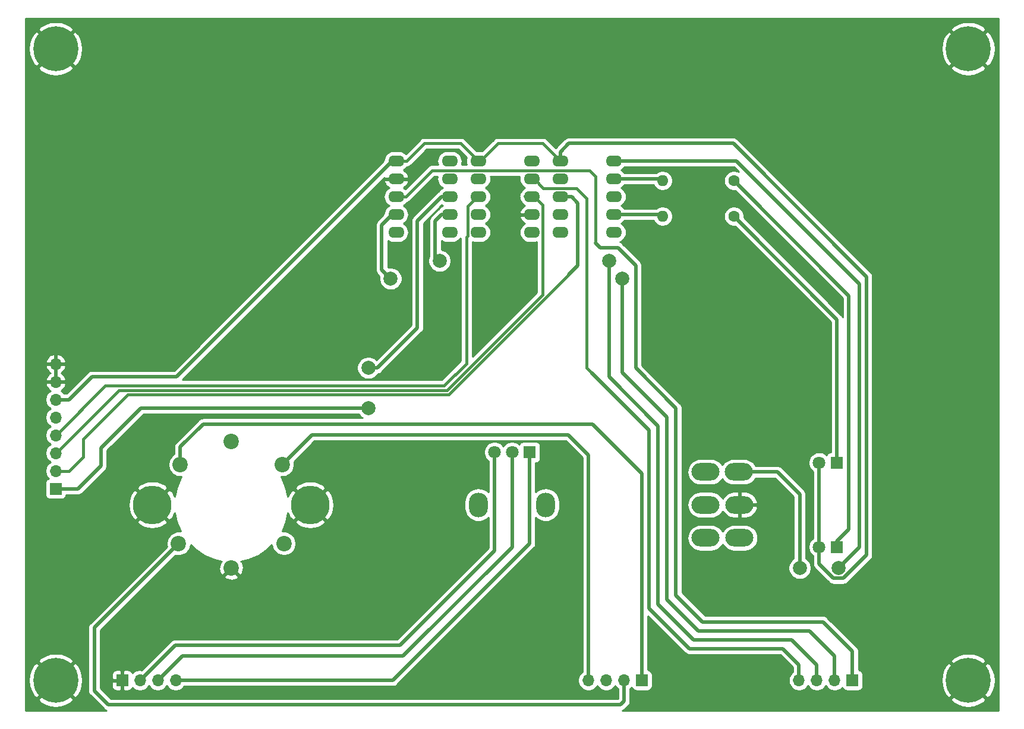
<source format=gbr>
%TF.GenerationSoftware,KiCad,Pcbnew,(5.1.10-1-10_14)*%
%TF.CreationDate,2021-06-27T12:57:11+10:00*%
%TF.ProjectId,support PCB,73757070-6f72-4742-9050-43422e6b6963,rev?*%
%TF.SameCoordinates,Original*%
%TF.FileFunction,Copper,L2,Bot*%
%TF.FilePolarity,Positive*%
%FSLAX46Y46*%
G04 Gerber Fmt 4.6, Leading zero omitted, Abs format (unit mm)*
G04 Created by KiCad (PCBNEW (5.1.10-1-10_14)) date 2021-06-27 12:57:11*
%MOMM*%
%LPD*%
G01*
G04 APERTURE LIST*
%TA.AperFunction,ComponentPad*%
%ADD10C,0.800000*%
%TD*%
%TA.AperFunction,ComponentPad*%
%ADD11C,6.400000*%
%TD*%
%TA.AperFunction,ComponentPad*%
%ADD12C,2.200000*%
%TD*%
%TA.AperFunction,ComponentPad*%
%ADD13C,5.500000*%
%TD*%
%TA.AperFunction,ComponentPad*%
%ADD14O,2.300000X1.600000*%
%TD*%
%TA.AperFunction,ComponentPad*%
%ADD15O,4.000000X2.500000*%
%TD*%
%TA.AperFunction,ComponentPad*%
%ADD16O,2.720000X3.500000*%
%TD*%
%TA.AperFunction,ComponentPad*%
%ADD17R,1.800000X1.800000*%
%TD*%
%TA.AperFunction,ComponentPad*%
%ADD18C,1.800000*%
%TD*%
%TA.AperFunction,ComponentPad*%
%ADD19O,1.600000X1.600000*%
%TD*%
%TA.AperFunction,ComponentPad*%
%ADD20C,1.600000*%
%TD*%
%TA.AperFunction,ComponentPad*%
%ADD21O,1.700000X1.700000*%
%TD*%
%TA.AperFunction,ComponentPad*%
%ADD22R,1.700000X1.700000*%
%TD*%
%TA.AperFunction,ViaPad*%
%ADD23C,2.000000*%
%TD*%
%TA.AperFunction,Conductor*%
%ADD24C,0.400000*%
%TD*%
%TA.AperFunction,Conductor*%
%ADD25C,0.500000*%
%TD*%
%TA.AperFunction,Conductor*%
%ADD26C,0.254000*%
%TD*%
%TA.AperFunction,Conductor*%
%ADD27C,0.100000*%
%TD*%
G04 APERTURE END LIST*
D10*
%TO.P,H4,1*%
%TO.N,GND*%
X66697056Y-133302944D03*
X65000000Y-132600000D03*
X63302944Y-133302944D03*
X62600000Y-135000000D03*
X63302944Y-136697056D03*
X65000000Y-137400000D03*
X66697056Y-136697056D03*
X67400000Y-135000000D03*
D11*
X65000000Y-135000000D03*
%TD*%
D10*
%TO.P,H3,1*%
%TO.N,GND*%
X196697056Y-133302944D03*
X195000000Y-132600000D03*
X193302944Y-133302944D03*
X192600000Y-135000000D03*
X193302944Y-136697056D03*
X195000000Y-137400000D03*
X196697056Y-136697056D03*
X197400000Y-135000000D03*
D11*
X195000000Y-135000000D03*
%TD*%
D10*
%TO.P,H2,1*%
%TO.N,GND*%
X196697056Y-43302944D03*
X195000000Y-42600000D03*
X193302944Y-43302944D03*
X192600000Y-45000000D03*
X193302944Y-46697056D03*
X195000000Y-47400000D03*
X196697056Y-46697056D03*
X197400000Y-45000000D03*
D11*
X195000000Y-45000000D03*
%TD*%
D10*
%TO.P,H1,1*%
%TO.N,GND*%
X66697056Y-43302944D03*
X65000000Y-42600000D03*
X63302944Y-43302944D03*
X62600000Y-45000000D03*
X63302944Y-46697056D03*
X65000000Y-47400000D03*
X66697056Y-46697056D03*
X67400000Y-45000000D03*
D11*
X65000000Y-45000000D03*
%TD*%
D12*
%TO.P,J5,6*%
%TO.N,+5V*%
X90000000Y-101000000D03*
%TO.P,J5,5*%
%TO.N,~FLAG_RESET*%
X97250000Y-104250000D03*
%TO.P,J5,4*%
%TO.N,~FLAG*%
X97500000Y-115500000D03*
%TO.P,J5,3*%
%TO.N,GND*%
X90000000Y-119000000D03*
%TO.P,J5,2*%
%TO.N,~DATA*%
X82500000Y-115500000D03*
%TO.P,J5,1*%
%TO.N,~CLOCK*%
X82750000Y-104250000D03*
D13*
%TO.P,J5,0*%
%TO.N,GND*%
X101250000Y-110000000D03*
X78750000Y-110000000D03*
%TD*%
D14*
%TO.P,K3,10*%
%TO.N,Net-(K1-Pad10)*%
X144520000Y-61000000D03*
%TO.P,K3,9*%
%TO.N,Net-(K3-Pad9)*%
X144520000Y-63540000D03*
%TO.P,K3,8*%
%TO.N,Net-(K1-Pad10)*%
X144520000Y-66080000D03*
%TO.P,K3,7*%
%TO.N,Net-(K3-Pad7)*%
X144520000Y-68620000D03*
%TO.P,K3,6*%
%TO.N,N/C*%
X144520000Y-71160000D03*
%TO.P,K3,5*%
X136900000Y-71160000D03*
%TO.P,K3,4*%
%TO.N,GND*%
X136900000Y-68620000D03*
%TO.P,K3,3*%
%TO.N,~RBI*%
X136900000Y-66080000D03*
%TO.P,K3,2*%
%TO.N,Net-(K3-Pad2)*%
X136900000Y-63540000D03*
%TO.P,K3,1*%
%TO.N,+5V*%
X136900000Y-61000000D03*
%TD*%
%TO.P,K2,10*%
%TO.N,Net-(K1-Pad10)*%
X132820000Y-61000000D03*
%TO.P,K2,9*%
%TO.N,OH*%
X132820000Y-63540000D03*
%TO.P,K2,8*%
%TO.N,A2C*%
X132820000Y-66080000D03*
%TO.P,K2,7*%
%TO.N,GND*%
X132820000Y-68620000D03*
%TO.P,K2,6*%
%TO.N,N/C*%
X132820000Y-71160000D03*
%TO.P,K2,5*%
X125200000Y-71160000D03*
%TO.P,K2,4*%
%TO.N,OH*%
X125200000Y-68620000D03*
%TO.P,K2,3*%
%TO.N,A1C*%
X125200000Y-66080000D03*
%TO.P,K2,2*%
%TO.N,OG*%
X125200000Y-63540000D03*
%TO.P,K2,1*%
%TO.N,+5V*%
X125200000Y-61000000D03*
%TD*%
%TO.P,K1,10*%
%TO.N,Net-(K1-Pad10)*%
X121120000Y-61000000D03*
%TO.P,K1,9*%
%TO.N,OF*%
X121120000Y-63540000D03*
%TO.P,K1,8*%
%TO.N,A0C*%
X121120000Y-66080000D03*
%TO.P,K1,7*%
%TO.N,OG*%
X121120000Y-68620000D03*
%TO.P,K1,6*%
%TO.N,N/C*%
X121120000Y-71160000D03*
%TO.P,K1,5*%
X113500000Y-71160000D03*
%TO.P,K1,4*%
%TO.N,OF*%
X113500000Y-68620000D03*
%TO.P,K1,3*%
%TO.N,A2B*%
X113500000Y-66080000D03*
%TO.P,K1,2*%
%TO.N,GND*%
X113500000Y-63540000D03*
%TO.P,K1,1*%
%TO.N,+5V*%
X113500000Y-61000000D03*
%TD*%
D15*
%TO.P,SW1,6*%
%TO.N,N/C*%
X157600000Y-105300000D03*
%TO.P,SW1,5*%
X157600000Y-110000000D03*
%TO.P,SW1,4*%
X157600000Y-114700000D03*
%TO.P,SW1,3*%
%TO.N,Net-(K1-Pad10)*%
X162300000Y-105300000D03*
%TO.P,SW1,2*%
%TO.N,GND*%
X162400000Y-110000000D03*
%TO.P,SW1,1*%
%TO.N,Net-(SW1-Pad1)*%
X162400000Y-114700000D03*
%TD*%
D16*
%TO.P,RV1,0*%
%TO.N,N/C*%
X125200000Y-110000000D03*
X134800000Y-110000000D03*
D17*
%TO.P,RV1,1*%
%TO.N,Net-(J3-Pad4)*%
X132500000Y-102500000D03*
D18*
%TO.P,RV1,2*%
%TO.N,Net-(J3-Pad3)*%
X130000000Y-102500000D03*
%TO.P,RV1,3*%
%TO.N,Net-(J3-Pad2)*%
X127500000Y-102500000D03*
%TD*%
D19*
%TO.P,R2,2*%
%TO.N,Net-(K3-Pad7)*%
X151440000Y-68880000D03*
D20*
%TO.P,R2,1*%
%TO.N,Net-(D2-Pad1)*%
X161600000Y-68880000D03*
%TD*%
D19*
%TO.P,R1,2*%
%TO.N,Net-(K3-Pad9)*%
X151440000Y-63800000D03*
D20*
%TO.P,R1,1*%
%TO.N,Net-(D1-Pad1)*%
X161600000Y-63800000D03*
%TD*%
D21*
%TO.P,J4,4*%
%TO.N,~FLAG_RESET*%
X140880000Y-135000000D03*
%TO.P,J4,3*%
%TO.N,~FLAG*%
X143420000Y-135000000D03*
%TO.P,J4,2*%
%TO.N,~DATA*%
X145960000Y-135000000D03*
D22*
%TO.P,J4,1*%
%TO.N,~CLOCK*%
X148500000Y-135000000D03*
%TD*%
D21*
%TO.P,J3,4*%
%TO.N,Net-(J3-Pad4)*%
X82080000Y-135000000D03*
%TO.P,J3,3*%
%TO.N,Net-(J3-Pad3)*%
X79540000Y-135000000D03*
%TO.P,J3,2*%
%TO.N,Net-(J3-Pad2)*%
X77000000Y-135000000D03*
D22*
%TO.P,J3,1*%
%TO.N,GND*%
X74460000Y-135000000D03*
%TD*%
D21*
%TO.P,J2,8*%
%TO.N,GND*%
X65000000Y-89920000D03*
%TO.P,J2,7*%
X65000000Y-92460000D03*
%TO.P,J2,6*%
%TO.N,+5V*%
X65000000Y-95000000D03*
%TO.P,J2,5*%
X65000000Y-97540000D03*
%TO.P,J2,4*%
%TO.N,A1C*%
X65000000Y-100080000D03*
%TO.P,J2,3*%
%TO.N,A2C*%
X65000000Y-102620000D03*
%TO.P,J2,2*%
%TO.N,~RBI*%
X65000000Y-105160000D03*
D22*
%TO.P,J2,1*%
%TO.N,A0C*%
X65000000Y-107700000D03*
%TD*%
D21*
%TO.P,J1,4*%
%TO.N,OH*%
X170880000Y-135000000D03*
%TO.P,J1,3*%
%TO.N,OG*%
X173420000Y-135000000D03*
%TO.P,J1,2*%
%TO.N,OF*%
X175960000Y-135000000D03*
D22*
%TO.P,J1,1*%
%TO.N,A2B*%
X178500000Y-135000000D03*
%TD*%
D18*
%TO.P,D2,2*%
%TO.N,+5V*%
X173760000Y-104000000D03*
D17*
%TO.P,D2,1*%
%TO.N,Net-(D2-Pad1)*%
X176300000Y-104000000D03*
%TD*%
D18*
%TO.P,D1,2*%
%TO.N,+5V*%
X173760000Y-116000000D03*
D17*
%TO.P,D1,1*%
%TO.N,Net-(D1-Pad1)*%
X176300000Y-116000000D03*
%TD*%
D23*
%TO.N,OG*%
X143820000Y-75230000D03*
X119690000Y-75230000D03*
%TO.N,OF*%
X145725000Y-77770000D03*
X112705000Y-77770000D03*
%TO.N,A0C*%
X109530000Y-90470000D03*
X109530000Y-96185000D03*
%TO.N,Net-(K1-Pad10)*%
X176500000Y-119000000D03*
X171000000Y-119000000D03*
%TD*%
D24*
%TO.N,+5V*%
X113500000Y-61000000D02*
X115000000Y-61000000D01*
X115000000Y-61000000D02*
X117500000Y-58500000D01*
X122700000Y-58500000D02*
X125200000Y-61000000D01*
X117500000Y-58500000D02*
X122700000Y-58500000D01*
X125200000Y-61000000D02*
X125500000Y-61000000D01*
X125500000Y-61000000D02*
X128000000Y-58500000D01*
X134400000Y-58500000D02*
X136900000Y-61000000D01*
X128000000Y-58500000D02*
X134400000Y-58500000D01*
D25*
X113500000Y-61000000D02*
X112965000Y-61000000D01*
X112965000Y-61000000D02*
X82225000Y-91740000D01*
X82225000Y-91740000D02*
X70160000Y-91740000D01*
X66900000Y-95000000D02*
X65000000Y-95000000D01*
X70160000Y-91740000D02*
X66900000Y-95000000D01*
X173760000Y-104000000D02*
X173760000Y-116000000D01*
X136900000Y-61000000D02*
X136900000Y-59700000D01*
X161500000Y-58500000D02*
X180500000Y-77500000D01*
X173760000Y-118406004D02*
X173760000Y-116000000D01*
X136900000Y-59700000D02*
X138100000Y-58500000D01*
X175803998Y-120450002D02*
X173760000Y-118406004D01*
X138100000Y-58500000D02*
X161500000Y-58500000D01*
X180500000Y-77500000D02*
X180500000Y-117146004D01*
X177196002Y-120450002D02*
X175803998Y-120450002D01*
X180500000Y-117146004D02*
X177196002Y-120450002D01*
%TO.N,Net-(D1-Pad1)*%
X178000000Y-80200000D02*
X161600000Y-63800000D01*
X176300000Y-115200000D02*
X178000000Y-113500000D01*
X178000000Y-113500000D02*
X178000000Y-80200000D01*
X176300000Y-116000000D02*
X176300000Y-115200000D01*
%TO.N,Net-(D2-Pad1)*%
X176300000Y-83580000D02*
X161600000Y-68880000D01*
X176300000Y-104000000D02*
X176300000Y-83580000D01*
%TO.N,OH*%
X170880000Y-135000000D02*
X170880000Y-132770000D01*
X170880000Y-132770000D02*
X168585000Y-130475000D01*
X168585000Y-130475000D02*
X155250000Y-130475000D01*
X155250000Y-130475000D02*
X149535000Y-124760000D01*
X149535000Y-124760000D02*
X149535000Y-99360000D01*
X149535000Y-99360000D02*
X141280000Y-91105000D01*
D24*
X133145020Y-63540000D02*
X134485010Y-64879990D01*
X132820000Y-63540000D02*
X133145020Y-63540000D01*
X138930010Y-64879990D02*
X139184990Y-64879990D01*
X134485010Y-64879990D02*
X138930010Y-64879990D01*
X139184990Y-64879990D02*
X140645000Y-66340000D01*
X140645000Y-90470000D02*
X141280000Y-91105000D01*
X140645000Y-66340000D02*
X140645000Y-90470000D01*
D25*
%TO.N,OG*%
X119690000Y-75230000D02*
X119055000Y-74595000D01*
X119950000Y-68620000D02*
X119055000Y-69515000D01*
X121120000Y-68620000D02*
X119950000Y-68620000D01*
X119055000Y-74595000D02*
X119055000Y-69515000D01*
X169855000Y-129205000D02*
X173420000Y-132770000D01*
X150805000Y-124125000D02*
X155885000Y-129205000D01*
X155885000Y-129205000D02*
X169855000Y-129205000D01*
X150805000Y-98725000D02*
X150805000Y-124125000D01*
X143820000Y-91740000D02*
X150805000Y-98725000D01*
X173420000Y-132770000D02*
X173420000Y-135000000D01*
X143820000Y-75230000D02*
X143820000Y-91740000D01*
%TO.N,OF*%
X175960000Y-135000000D02*
X175960000Y-131500000D01*
X175960000Y-131500000D02*
X172395000Y-127935000D01*
X172395000Y-127935000D02*
X156520000Y-127935000D01*
X156520000Y-127935000D02*
X152075000Y-123490000D01*
X152075000Y-123490000D02*
X152075000Y-97455000D01*
X152075000Y-97455000D02*
X145725000Y-91105000D01*
X145725000Y-91105000D02*
X145725000Y-77770000D01*
X112705000Y-77770000D02*
X111435000Y-76500000D01*
X112965000Y-68620000D02*
X111435000Y-70150000D01*
X113500000Y-68620000D02*
X112965000Y-68620000D01*
X111435000Y-76500000D02*
X111435000Y-70150000D01*
D24*
%TO.N,A2B*%
X113500000Y-66080000D02*
X114870000Y-66080000D01*
X118610010Y-62339990D02*
X141089990Y-62339990D01*
X114870000Y-66080000D02*
X118610010Y-62339990D01*
X141089990Y-62339990D02*
X141915000Y-63165000D01*
D25*
X145090000Y-73325000D02*
X142550000Y-73325000D01*
X153345000Y-96185000D02*
X147630000Y-90470000D01*
X178500000Y-130865000D02*
X174300000Y-126665000D01*
X174300000Y-126665000D02*
X157155000Y-126665000D01*
X142550000Y-73325000D02*
X141915000Y-72690000D01*
X147630000Y-75865000D02*
X145090000Y-73325000D01*
X178500000Y-135000000D02*
X178500000Y-130865000D01*
X147630000Y-90470000D02*
X147630000Y-75865000D01*
X153345000Y-122855000D02*
X153345000Y-96185000D01*
D24*
X141915000Y-63165000D02*
X141915000Y-72690000D01*
D25*
X157155000Y-126665000D02*
X153345000Y-122855000D01*
%TO.N,GND*%
X65000000Y-92460000D02*
X65000000Y-89920000D01*
D24*
%TO.N,A1C*%
X72070000Y-93010000D02*
X65000000Y-100080000D01*
X120325000Y-93010000D02*
X72070000Y-93010000D01*
X123500000Y-89835000D02*
X120325000Y-93010000D01*
X123500000Y-71807050D02*
X123500000Y-89835000D01*
X123649990Y-67460010D02*
X123649990Y-71657060D01*
X123649990Y-71657060D02*
X123500000Y-71807050D01*
X125030000Y-66080000D02*
X123649990Y-67460010D01*
X125200000Y-66080000D02*
X125030000Y-66080000D01*
%TO.N,A2C*%
X132820000Y-66080000D02*
X131920000Y-66080000D01*
X131920000Y-66080000D02*
X131840000Y-66000000D01*
X120746458Y-93645000D02*
X73975000Y-93645000D01*
X73975000Y-93645000D02*
X65849999Y-101770001D01*
X132820000Y-66080000D02*
X133170000Y-66080000D01*
X133170000Y-66080000D02*
X134370000Y-67280000D01*
X134370000Y-67280000D02*
X134370000Y-80021458D01*
X134370000Y-80021458D02*
X120746458Y-93645000D01*
X65849999Y-101770001D02*
X65000000Y-102620000D01*
%TO.N,~RBI*%
X120960000Y-94280000D02*
X75240000Y-94280000D01*
X75240000Y-94280000D02*
X68890000Y-100630000D01*
X68890000Y-100630000D02*
X68890000Y-103170000D01*
X66900000Y-105160000D02*
X65000000Y-105160000D01*
X68890000Y-103170000D02*
X66900000Y-105160000D01*
D25*
X136900000Y-66080000D02*
X138480000Y-66080000D01*
D24*
X138105000Y-77135000D02*
X120960000Y-94280000D01*
D25*
X138480000Y-66080000D02*
X139375000Y-66975000D01*
X139375000Y-75865000D02*
X138105000Y-77135000D01*
X139375000Y-66975000D02*
X139375000Y-75865000D01*
%TO.N,A0C*%
X121120000Y-66080000D02*
X119950000Y-66080000D01*
X119950000Y-66080000D02*
X116515000Y-69515000D01*
X116515000Y-69515000D02*
X116515000Y-84755000D01*
X110800000Y-90470000D02*
X109530000Y-90470000D01*
X116515000Y-84755000D02*
X110800000Y-90470000D01*
X109530000Y-96185000D02*
X77145000Y-96185000D01*
X77145000Y-96185000D02*
X71430000Y-101900000D01*
X71430000Y-101900000D02*
X71430000Y-104440000D01*
X68170000Y-107700000D02*
X65000000Y-107700000D01*
X71430000Y-104440000D02*
X68170000Y-107700000D01*
%TO.N,Net-(J3-Pad3)*%
X130000000Y-102500000D02*
X130000000Y-116000000D01*
X130000000Y-116000000D02*
X114500000Y-131500000D01*
X83040000Y-131500000D02*
X79540000Y-135000000D01*
X114500000Y-131500000D02*
X83040000Y-131500000D01*
%TO.N,Net-(J3-Pad2)*%
X127500000Y-102500000D02*
X127500000Y-116500000D01*
X127500000Y-116500000D02*
X114000000Y-130000000D01*
X114000000Y-130000000D02*
X82000000Y-130000000D01*
X77000000Y-135000000D02*
X82000000Y-130000000D01*
%TO.N,~FLAG_RESET*%
X140880000Y-135000000D02*
X140880000Y-102880000D01*
X140880000Y-102880000D02*
X138000000Y-100000000D01*
X101500000Y-100000000D02*
X97250000Y-104250000D01*
X138000000Y-100000000D02*
X101500000Y-100000000D01*
%TO.N,~DATA*%
X145960000Y-135000000D02*
X145960000Y-137960000D01*
X145960000Y-137960000D02*
X145420000Y-138500000D01*
X145420000Y-138500000D02*
X72500000Y-138500000D01*
X72500000Y-138500000D02*
X70500000Y-136500000D01*
X70500000Y-127500000D02*
X82500000Y-115500000D01*
X70500000Y-136500000D02*
X70500000Y-127500000D01*
%TO.N,~CLOCK*%
X148500000Y-135000000D02*
X148500000Y-105500000D01*
X148500000Y-105500000D02*
X141500000Y-98500000D01*
X141500000Y-98500000D02*
X86000000Y-98500000D01*
X82750000Y-101750000D02*
X82750000Y-104250000D01*
X86000000Y-98500000D02*
X82750000Y-101750000D01*
%TO.N,Net-(K3-Pad9)*%
X151180000Y-63540000D02*
X151440000Y-63800000D01*
X144520000Y-63540000D02*
X151180000Y-63540000D01*
%TO.N,Net-(J3-Pad4)*%
X113000000Y-135000000D02*
X82080000Y-135000000D01*
X132500000Y-115500000D02*
X113000000Y-135000000D01*
X132500000Y-102500000D02*
X132500000Y-115500000D01*
%TO.N,Net-(K1-Pad10)*%
X144520000Y-61000000D02*
X162000000Y-61000000D01*
X162000000Y-61000000D02*
X179500000Y-78500000D01*
X179500000Y-78500000D02*
X179500000Y-116000000D01*
X179500000Y-116000000D02*
X177500000Y-118000000D01*
X177500000Y-118000000D02*
X176500000Y-119000000D01*
X171000000Y-119000000D02*
X171000000Y-108500000D01*
X167800000Y-105300000D02*
X162300000Y-105300000D01*
X171000000Y-108500000D02*
X167800000Y-105300000D01*
%TO.N,Net-(K3-Pad7)*%
X151180000Y-68620000D02*
X151440000Y-68880000D01*
X144520000Y-68620000D02*
X151180000Y-68620000D01*
%TD*%
D26*
%TO.N,GND*%
X199340001Y-139340000D02*
X145699621Y-139340000D01*
X145760313Y-139321589D01*
X145914059Y-139239411D01*
X146048817Y-139128817D01*
X146076534Y-139095044D01*
X146555044Y-138616534D01*
X146588817Y-138588817D01*
X146699411Y-138454059D01*
X146781589Y-138300313D01*
X146832195Y-138133490D01*
X146845000Y-138003477D01*
X146845000Y-138003467D01*
X146849281Y-137960001D01*
X146845000Y-137916535D01*
X146845000Y-137700881D01*
X192478724Y-137700881D01*
X192838912Y-138190548D01*
X193502882Y-138550849D01*
X194224385Y-138774694D01*
X194975695Y-138853480D01*
X195727938Y-138784178D01*
X196452208Y-138569452D01*
X197120670Y-138217555D01*
X197161088Y-138190548D01*
X197521276Y-137700881D01*
X195000000Y-135179605D01*
X192478724Y-137700881D01*
X146845000Y-137700881D01*
X146845000Y-136194656D01*
X146906632Y-136153475D01*
X147038487Y-136021620D01*
X147060498Y-136094180D01*
X147119463Y-136204494D01*
X147198815Y-136301185D01*
X147295506Y-136380537D01*
X147405820Y-136439502D01*
X147525518Y-136475812D01*
X147650000Y-136488072D01*
X149350000Y-136488072D01*
X149474482Y-136475812D01*
X149594180Y-136439502D01*
X149704494Y-136380537D01*
X149801185Y-136301185D01*
X149880537Y-136204494D01*
X149939502Y-136094180D01*
X149975812Y-135974482D01*
X149988072Y-135850000D01*
X149988072Y-134150000D01*
X149975812Y-134025518D01*
X149939502Y-133905820D01*
X149880537Y-133795506D01*
X149801185Y-133698815D01*
X149704494Y-133619463D01*
X149594180Y-133560498D01*
X149474482Y-133524188D01*
X149385000Y-133515375D01*
X149385000Y-125861578D01*
X154593470Y-131070049D01*
X154621183Y-131103817D01*
X154654951Y-131131530D01*
X154654953Y-131131532D01*
X154755941Y-131214411D01*
X154909686Y-131296589D01*
X155008325Y-131326511D01*
X155076510Y-131347195D01*
X155206523Y-131360000D01*
X155206531Y-131360000D01*
X155250000Y-131364281D01*
X155293469Y-131360000D01*
X168218422Y-131360000D01*
X169995001Y-133136580D01*
X169995001Y-133805343D01*
X169933368Y-133846525D01*
X169726525Y-134053368D01*
X169564010Y-134296589D01*
X169452068Y-134566842D01*
X169395000Y-134853740D01*
X169395000Y-135146260D01*
X169452068Y-135433158D01*
X169564010Y-135703411D01*
X169726525Y-135946632D01*
X169933368Y-136153475D01*
X170176589Y-136315990D01*
X170446842Y-136427932D01*
X170733740Y-136485000D01*
X171026260Y-136485000D01*
X171313158Y-136427932D01*
X171583411Y-136315990D01*
X171826632Y-136153475D01*
X172033475Y-135946632D01*
X172150000Y-135772240D01*
X172266525Y-135946632D01*
X172473368Y-136153475D01*
X172716589Y-136315990D01*
X172986842Y-136427932D01*
X173273740Y-136485000D01*
X173566260Y-136485000D01*
X173853158Y-136427932D01*
X174123411Y-136315990D01*
X174366632Y-136153475D01*
X174573475Y-135946632D01*
X174690000Y-135772240D01*
X174806525Y-135946632D01*
X175013368Y-136153475D01*
X175256589Y-136315990D01*
X175526842Y-136427932D01*
X175813740Y-136485000D01*
X176106260Y-136485000D01*
X176393158Y-136427932D01*
X176663411Y-136315990D01*
X176906632Y-136153475D01*
X177038487Y-136021620D01*
X177060498Y-136094180D01*
X177119463Y-136204494D01*
X177198815Y-136301185D01*
X177295506Y-136380537D01*
X177405820Y-136439502D01*
X177525518Y-136475812D01*
X177650000Y-136488072D01*
X179350000Y-136488072D01*
X179474482Y-136475812D01*
X179594180Y-136439502D01*
X179704494Y-136380537D01*
X179801185Y-136301185D01*
X179880537Y-136204494D01*
X179939502Y-136094180D01*
X179975812Y-135974482D01*
X179988072Y-135850000D01*
X179988072Y-134975695D01*
X191146520Y-134975695D01*
X191215822Y-135727938D01*
X191430548Y-136452208D01*
X191782445Y-137120670D01*
X191809452Y-137161088D01*
X192299119Y-137521276D01*
X194820395Y-135000000D01*
X195179605Y-135000000D01*
X197700881Y-137521276D01*
X198190548Y-137161088D01*
X198550849Y-136497118D01*
X198774694Y-135775615D01*
X198853480Y-135024305D01*
X198784178Y-134272062D01*
X198569452Y-133547792D01*
X198217555Y-132879330D01*
X198190548Y-132838912D01*
X197700881Y-132478724D01*
X195179605Y-135000000D01*
X194820395Y-135000000D01*
X192299119Y-132478724D01*
X191809452Y-132838912D01*
X191449151Y-133502882D01*
X191225306Y-134224385D01*
X191146520Y-134975695D01*
X179988072Y-134975695D01*
X179988072Y-134150000D01*
X179975812Y-134025518D01*
X179939502Y-133905820D01*
X179880537Y-133795506D01*
X179801185Y-133698815D01*
X179704494Y-133619463D01*
X179594180Y-133560498D01*
X179474482Y-133524188D01*
X179385000Y-133515375D01*
X179385000Y-132299119D01*
X192478724Y-132299119D01*
X195000000Y-134820395D01*
X197521276Y-132299119D01*
X197161088Y-131809452D01*
X196497118Y-131449151D01*
X195775615Y-131225306D01*
X195024305Y-131146520D01*
X194272062Y-131215822D01*
X193547792Y-131430548D01*
X192879330Y-131782445D01*
X192838912Y-131809452D01*
X192478724Y-132299119D01*
X179385000Y-132299119D01*
X179385000Y-130908469D01*
X179389281Y-130865000D01*
X179385000Y-130821531D01*
X179385000Y-130821523D01*
X179372195Y-130691510D01*
X179368222Y-130678411D01*
X179352870Y-130627805D01*
X179321589Y-130524687D01*
X179239411Y-130370941D01*
X179128817Y-130236183D01*
X179095049Y-130208470D01*
X174956534Y-126069956D01*
X174928817Y-126036183D01*
X174794059Y-125925589D01*
X174640313Y-125843411D01*
X174473490Y-125792805D01*
X174343477Y-125780000D01*
X174343469Y-125780000D01*
X174300000Y-125775719D01*
X174256531Y-125780000D01*
X157521579Y-125780000D01*
X154230000Y-122488422D01*
X154230000Y-114700000D01*
X154955880Y-114700000D01*
X154992275Y-115069524D01*
X155100061Y-115424848D01*
X155275097Y-115752317D01*
X155510655Y-116039345D01*
X155797683Y-116274903D01*
X156125152Y-116449939D01*
X156480476Y-116557725D01*
X156757403Y-116585000D01*
X158442597Y-116585000D01*
X158719524Y-116557725D01*
X159074848Y-116449939D01*
X159402317Y-116274903D01*
X159689345Y-116039345D01*
X159924903Y-115752317D01*
X160000000Y-115611821D01*
X160075097Y-115752317D01*
X160310655Y-116039345D01*
X160597683Y-116274903D01*
X160925152Y-116449939D01*
X161280476Y-116557725D01*
X161557403Y-116585000D01*
X163242597Y-116585000D01*
X163519524Y-116557725D01*
X163874848Y-116449939D01*
X164202317Y-116274903D01*
X164489345Y-116039345D01*
X164724903Y-115752317D01*
X164899939Y-115424848D01*
X165007725Y-115069524D01*
X165044120Y-114700000D01*
X165007725Y-114330476D01*
X164899939Y-113975152D01*
X164724903Y-113647683D01*
X164489345Y-113360655D01*
X164202317Y-113125097D01*
X163874848Y-112950061D01*
X163519524Y-112842275D01*
X163242597Y-112815000D01*
X161557403Y-112815000D01*
X161280476Y-112842275D01*
X160925152Y-112950061D01*
X160597683Y-113125097D01*
X160310655Y-113360655D01*
X160075097Y-113647683D01*
X160000000Y-113788179D01*
X159924903Y-113647683D01*
X159689345Y-113360655D01*
X159402317Y-113125097D01*
X159074848Y-112950061D01*
X158719524Y-112842275D01*
X158442597Y-112815000D01*
X156757403Y-112815000D01*
X156480476Y-112842275D01*
X156125152Y-112950061D01*
X155797683Y-113125097D01*
X155510655Y-113360655D01*
X155275097Y-113647683D01*
X155100061Y-113975152D01*
X154992275Y-114330476D01*
X154955880Y-114700000D01*
X154230000Y-114700000D01*
X154230000Y-110000000D01*
X154955880Y-110000000D01*
X154992275Y-110369524D01*
X155100061Y-110724848D01*
X155275097Y-111052317D01*
X155510655Y-111339345D01*
X155797683Y-111574903D01*
X156125152Y-111749939D01*
X156480476Y-111857725D01*
X156757403Y-111885000D01*
X158442597Y-111885000D01*
X158719524Y-111857725D01*
X159074848Y-111749939D01*
X159402317Y-111574903D01*
X159689345Y-111339345D01*
X159924903Y-111052317D01*
X159999279Y-110913170D01*
X160012122Y-110941653D01*
X160227301Y-111243094D01*
X160497153Y-111496763D01*
X160811309Y-111692912D01*
X161157695Y-111824004D01*
X161523000Y-111885000D01*
X162273000Y-111885000D01*
X162273000Y-110127000D01*
X162527000Y-110127000D01*
X162527000Y-111885000D01*
X163277000Y-111885000D01*
X163642305Y-111824004D01*
X163988691Y-111692912D01*
X164302847Y-111496763D01*
X164572699Y-111243094D01*
X164787878Y-110941653D01*
X164940114Y-110604025D01*
X164987695Y-110419645D01*
X164871572Y-110127000D01*
X162527000Y-110127000D01*
X162273000Y-110127000D01*
X162253000Y-110127000D01*
X162253000Y-109873000D01*
X162273000Y-109873000D01*
X162273000Y-108115000D01*
X162527000Y-108115000D01*
X162527000Y-109873000D01*
X164871572Y-109873000D01*
X164987695Y-109580355D01*
X164940114Y-109395975D01*
X164787878Y-109058347D01*
X164572699Y-108756906D01*
X164302847Y-108503237D01*
X163988691Y-108307088D01*
X163642305Y-108175996D01*
X163277000Y-108115000D01*
X162527000Y-108115000D01*
X162273000Y-108115000D01*
X161523000Y-108115000D01*
X161157695Y-108175996D01*
X160811309Y-108307088D01*
X160497153Y-108503237D01*
X160227301Y-108756906D01*
X160012122Y-109058347D01*
X159999279Y-109086830D01*
X159924903Y-108947683D01*
X159689345Y-108660655D01*
X159402317Y-108425097D01*
X159074848Y-108250061D01*
X158719524Y-108142275D01*
X158442597Y-108115000D01*
X156757403Y-108115000D01*
X156480476Y-108142275D01*
X156125152Y-108250061D01*
X155797683Y-108425097D01*
X155510655Y-108660655D01*
X155275097Y-108947683D01*
X155100061Y-109275152D01*
X154992275Y-109630476D01*
X154955880Y-110000000D01*
X154230000Y-110000000D01*
X154230000Y-105300000D01*
X154955880Y-105300000D01*
X154992275Y-105669524D01*
X155100061Y-106024848D01*
X155275097Y-106352317D01*
X155510655Y-106639345D01*
X155797683Y-106874903D01*
X156125152Y-107049939D01*
X156480476Y-107157725D01*
X156757403Y-107185000D01*
X158442597Y-107185000D01*
X158719524Y-107157725D01*
X159074848Y-107049939D01*
X159402317Y-106874903D01*
X159689345Y-106639345D01*
X159924903Y-106352317D01*
X159950000Y-106305364D01*
X159975097Y-106352317D01*
X160210655Y-106639345D01*
X160497683Y-106874903D01*
X160825152Y-107049939D01*
X161180476Y-107157725D01*
X161457403Y-107185000D01*
X163142597Y-107185000D01*
X163419524Y-107157725D01*
X163774848Y-107049939D01*
X164102317Y-106874903D01*
X164389345Y-106639345D01*
X164624903Y-106352317D01*
X164714336Y-106185000D01*
X167433422Y-106185000D01*
X170115001Y-108866580D01*
X170115000Y-117624940D01*
X169957748Y-117730013D01*
X169730013Y-117957748D01*
X169551082Y-118225537D01*
X169427832Y-118523088D01*
X169365000Y-118838967D01*
X169365000Y-119161033D01*
X169427832Y-119476912D01*
X169551082Y-119774463D01*
X169730013Y-120042252D01*
X169957748Y-120269987D01*
X170225537Y-120448918D01*
X170523088Y-120572168D01*
X170838967Y-120635000D01*
X171161033Y-120635000D01*
X171476912Y-120572168D01*
X171774463Y-120448918D01*
X172042252Y-120269987D01*
X172269987Y-120042252D01*
X172448918Y-119774463D01*
X172572168Y-119476912D01*
X172635000Y-119161033D01*
X172635000Y-118838967D01*
X172572168Y-118523088D01*
X172448918Y-118225537D01*
X172269987Y-117957748D01*
X172042252Y-117730013D01*
X171885000Y-117624941D01*
X171885000Y-108543465D01*
X171889281Y-108499999D01*
X171885000Y-108456533D01*
X171885000Y-108456523D01*
X171872195Y-108326510D01*
X171821589Y-108159687D01*
X171739411Y-108005941D01*
X171628817Y-107871183D01*
X171595049Y-107843470D01*
X168456534Y-104704956D01*
X168428817Y-104671183D01*
X168294059Y-104560589D01*
X168140313Y-104478411D01*
X167973490Y-104427805D01*
X167843477Y-104415000D01*
X167843469Y-104415000D01*
X167800000Y-104410719D01*
X167756531Y-104415000D01*
X164714336Y-104415000D01*
X164624903Y-104247683D01*
X164389345Y-103960655D01*
X164102317Y-103725097D01*
X163774848Y-103550061D01*
X163419524Y-103442275D01*
X163142597Y-103415000D01*
X161457403Y-103415000D01*
X161180476Y-103442275D01*
X160825152Y-103550061D01*
X160497683Y-103725097D01*
X160210655Y-103960655D01*
X159975097Y-104247683D01*
X159950000Y-104294636D01*
X159924903Y-104247683D01*
X159689345Y-103960655D01*
X159402317Y-103725097D01*
X159074848Y-103550061D01*
X158719524Y-103442275D01*
X158442597Y-103415000D01*
X156757403Y-103415000D01*
X156480476Y-103442275D01*
X156125152Y-103550061D01*
X155797683Y-103725097D01*
X155510655Y-103960655D01*
X155275097Y-104247683D01*
X155100061Y-104575152D01*
X154992275Y-104930476D01*
X154955880Y-105300000D01*
X154230000Y-105300000D01*
X154230000Y-96228469D01*
X154234281Y-96185000D01*
X154230000Y-96141531D01*
X154230000Y-96141523D01*
X154217195Y-96011510D01*
X154166589Y-95844687D01*
X154166589Y-95844686D01*
X154084411Y-95690941D01*
X154001532Y-95589953D01*
X154001530Y-95589951D01*
X153973817Y-95556183D01*
X153940049Y-95528470D01*
X148515000Y-90103422D01*
X148515000Y-75908465D01*
X148519281Y-75864999D01*
X148515000Y-75821533D01*
X148515000Y-75821523D01*
X148502195Y-75691510D01*
X148451589Y-75524687D01*
X148369411Y-75370941D01*
X148258817Y-75236183D01*
X148225049Y-75208470D01*
X145746534Y-72729956D01*
X145718817Y-72696183D01*
X145584059Y-72585589D01*
X145430313Y-72503411D01*
X145407552Y-72496506D01*
X145421808Y-72492182D01*
X145671101Y-72358932D01*
X145889608Y-72179608D01*
X146068932Y-71961101D01*
X146202182Y-71711808D01*
X146284236Y-71441309D01*
X146311943Y-71160000D01*
X146284236Y-70878691D01*
X146202182Y-70608192D01*
X146068932Y-70358899D01*
X145889608Y-70140392D01*
X145671101Y-69961068D01*
X145538142Y-69890000D01*
X145671101Y-69818932D01*
X145889608Y-69639608D01*
X146000078Y-69505000D01*
X150145651Y-69505000D01*
X150168320Y-69559727D01*
X150325363Y-69794759D01*
X150525241Y-69994637D01*
X150760273Y-70151680D01*
X151021426Y-70259853D01*
X151298665Y-70315000D01*
X151581335Y-70315000D01*
X151858574Y-70259853D01*
X152119727Y-70151680D01*
X152354759Y-69994637D01*
X152554637Y-69794759D01*
X152711680Y-69559727D01*
X152819853Y-69298574D01*
X152875000Y-69021335D01*
X152875000Y-68738665D01*
X152819853Y-68461426D01*
X152711680Y-68200273D01*
X152554637Y-67965241D01*
X152354759Y-67765363D01*
X152119727Y-67608320D01*
X151858574Y-67500147D01*
X151581335Y-67445000D01*
X151298665Y-67445000D01*
X151021426Y-67500147D01*
X150760273Y-67608320D01*
X150570683Y-67735000D01*
X146000078Y-67735000D01*
X145889608Y-67600392D01*
X145671101Y-67421068D01*
X145538142Y-67350000D01*
X145671101Y-67278932D01*
X145889608Y-67099608D01*
X146068932Y-66881101D01*
X146202182Y-66631808D01*
X146284236Y-66361309D01*
X146311943Y-66080000D01*
X146284236Y-65798691D01*
X146202182Y-65528192D01*
X146068932Y-65278899D01*
X145889608Y-65060392D01*
X145671101Y-64881068D01*
X145538142Y-64810000D01*
X145671101Y-64738932D01*
X145889608Y-64559608D01*
X146000078Y-64425000D01*
X150145651Y-64425000D01*
X150168320Y-64479727D01*
X150325363Y-64714759D01*
X150525241Y-64914637D01*
X150760273Y-65071680D01*
X151021426Y-65179853D01*
X151298665Y-65235000D01*
X151581335Y-65235000D01*
X151858574Y-65179853D01*
X152119727Y-65071680D01*
X152354759Y-64914637D01*
X152554637Y-64714759D01*
X152711680Y-64479727D01*
X152819853Y-64218574D01*
X152875000Y-63941335D01*
X152875000Y-63658665D01*
X152819853Y-63381426D01*
X152711680Y-63120273D01*
X152554637Y-62885241D01*
X152354759Y-62685363D01*
X152119727Y-62528320D01*
X151858574Y-62420147D01*
X151581335Y-62365000D01*
X151298665Y-62365000D01*
X151021426Y-62420147D01*
X150760273Y-62528320D01*
X150570683Y-62655000D01*
X146000078Y-62655000D01*
X145889608Y-62520392D01*
X145671101Y-62341068D01*
X145538142Y-62270000D01*
X145671101Y-62198932D01*
X145889608Y-62019608D01*
X146000078Y-61885000D01*
X161633422Y-61885000D01*
X162274631Y-62526209D01*
X162018574Y-62420147D01*
X161741335Y-62365000D01*
X161458665Y-62365000D01*
X161181426Y-62420147D01*
X160920273Y-62528320D01*
X160685241Y-62685363D01*
X160485363Y-62885241D01*
X160328320Y-63120273D01*
X160220147Y-63381426D01*
X160165000Y-63658665D01*
X160165000Y-63941335D01*
X160220147Y-64218574D01*
X160328320Y-64479727D01*
X160485363Y-64714759D01*
X160685241Y-64914637D01*
X160920273Y-65071680D01*
X161181426Y-65179853D01*
X161458665Y-65235000D01*
X161741335Y-65235000D01*
X161776439Y-65228017D01*
X177115001Y-80566580D01*
X177115001Y-83227361D01*
X177039411Y-83085941D01*
X176928817Y-82951183D01*
X176895049Y-82923470D01*
X163028017Y-69056439D01*
X163035000Y-69021335D01*
X163035000Y-68738665D01*
X162979853Y-68461426D01*
X162871680Y-68200273D01*
X162714637Y-67965241D01*
X162514759Y-67765363D01*
X162279727Y-67608320D01*
X162018574Y-67500147D01*
X161741335Y-67445000D01*
X161458665Y-67445000D01*
X161181426Y-67500147D01*
X160920273Y-67608320D01*
X160685241Y-67765363D01*
X160485363Y-67965241D01*
X160328320Y-68200273D01*
X160220147Y-68461426D01*
X160165000Y-68738665D01*
X160165000Y-69021335D01*
X160220147Y-69298574D01*
X160328320Y-69559727D01*
X160485363Y-69794759D01*
X160685241Y-69994637D01*
X160920273Y-70151680D01*
X161181426Y-70259853D01*
X161458665Y-70315000D01*
X161741335Y-70315000D01*
X161776439Y-70308017D01*
X175415001Y-83946580D01*
X175415000Y-102461928D01*
X175400000Y-102461928D01*
X175275518Y-102474188D01*
X175155820Y-102510498D01*
X175045506Y-102569463D01*
X174948815Y-102648815D01*
X174869463Y-102745506D01*
X174810498Y-102855820D01*
X174804944Y-102874127D01*
X174738505Y-102807688D01*
X174487095Y-102639701D01*
X174207743Y-102523989D01*
X173911184Y-102465000D01*
X173608816Y-102465000D01*
X173312257Y-102523989D01*
X173032905Y-102639701D01*
X172781495Y-102807688D01*
X172567688Y-103021495D01*
X172399701Y-103272905D01*
X172283989Y-103552257D01*
X172225000Y-103848816D01*
X172225000Y-104151184D01*
X172283989Y-104447743D01*
X172399701Y-104727095D01*
X172567688Y-104978505D01*
X172781495Y-105192312D01*
X172875000Y-105254790D01*
X172875001Y-114745209D01*
X172781495Y-114807688D01*
X172567688Y-115021495D01*
X172399701Y-115272905D01*
X172283989Y-115552257D01*
X172225000Y-115848816D01*
X172225000Y-116151184D01*
X172283989Y-116447743D01*
X172399701Y-116727095D01*
X172567688Y-116978505D01*
X172781495Y-117192312D01*
X172875000Y-117254790D01*
X172875000Y-118362535D01*
X172870719Y-118406004D01*
X172875000Y-118449473D01*
X172875000Y-118449480D01*
X172879391Y-118494059D01*
X172887805Y-118579494D01*
X172903157Y-118630100D01*
X172938411Y-118746316D01*
X173020589Y-118900062D01*
X173131183Y-119034821D01*
X173164956Y-119062538D01*
X175147468Y-121045051D01*
X175175181Y-121078819D01*
X175208949Y-121106532D01*
X175208951Y-121106534D01*
X175309939Y-121189413D01*
X175463684Y-121271591D01*
X175630508Y-121322197D01*
X175760521Y-121335002D01*
X175760529Y-121335002D01*
X175803998Y-121339283D01*
X175847467Y-121335002D01*
X177152533Y-121335002D01*
X177196002Y-121339283D01*
X177239471Y-121335002D01*
X177239479Y-121335002D01*
X177369492Y-121322197D01*
X177536315Y-121271591D01*
X177690061Y-121189413D01*
X177824819Y-121078819D01*
X177852536Y-121045046D01*
X181095049Y-117802534D01*
X181128817Y-117774821D01*
X181165591Y-117730013D01*
X181239411Y-117640063D01*
X181321589Y-117486317D01*
X181372195Y-117319494D01*
X181385000Y-117189481D01*
X181385000Y-117189473D01*
X181389281Y-117146004D01*
X181385000Y-117102535D01*
X181385000Y-77543469D01*
X181389281Y-77500000D01*
X181385000Y-77456531D01*
X181385000Y-77456523D01*
X181372195Y-77326510D01*
X181356855Y-77275940D01*
X181321589Y-77159686D01*
X181239411Y-77005941D01*
X181156532Y-76904953D01*
X181156530Y-76904951D01*
X181128817Y-76871183D01*
X181095051Y-76843472D01*
X162156534Y-57904956D01*
X162128817Y-57871183D01*
X161994059Y-57760589D01*
X161840313Y-57678411D01*
X161673490Y-57627805D01*
X161543477Y-57615000D01*
X161543469Y-57615000D01*
X161500000Y-57610719D01*
X161456531Y-57615000D01*
X138143465Y-57615000D01*
X138099999Y-57610719D01*
X138056533Y-57615000D01*
X138056523Y-57615000D01*
X137926510Y-57627805D01*
X137759687Y-57678411D01*
X137605941Y-57760589D01*
X137605939Y-57760590D01*
X137605940Y-57760590D01*
X137504953Y-57843468D01*
X137504951Y-57843470D01*
X137471183Y-57871183D01*
X137443470Y-57904951D01*
X136304951Y-59043471D01*
X136271184Y-59071183D01*
X136243471Y-59104951D01*
X136243468Y-59104954D01*
X136217484Y-59136616D01*
X135019446Y-57938579D01*
X134993291Y-57906709D01*
X134866146Y-57802364D01*
X134721087Y-57724828D01*
X134563689Y-57677082D01*
X134441019Y-57665000D01*
X134441018Y-57665000D01*
X134400000Y-57660960D01*
X134358982Y-57665000D01*
X128041018Y-57665000D01*
X128000000Y-57660960D01*
X127836311Y-57677082D01*
X127678913Y-57724828D01*
X127533854Y-57802364D01*
X127449998Y-57871183D01*
X127406709Y-57906709D01*
X127380563Y-57938568D01*
X125742150Y-59576982D01*
X125620492Y-59565000D01*
X124945868Y-59565000D01*
X123319446Y-57938579D01*
X123293291Y-57906709D01*
X123166146Y-57802364D01*
X123021087Y-57724828D01*
X122863689Y-57677082D01*
X122741019Y-57665000D01*
X122741018Y-57665000D01*
X122700000Y-57660960D01*
X122658982Y-57665000D01*
X117541018Y-57665000D01*
X117500000Y-57660960D01*
X117336311Y-57677082D01*
X117178913Y-57724828D01*
X117033854Y-57802364D01*
X116949998Y-57871183D01*
X116906709Y-57906709D01*
X116880563Y-57938568D01*
X114852654Y-59966478D01*
X114651101Y-59801068D01*
X114401808Y-59667818D01*
X114131309Y-59585764D01*
X113920492Y-59565000D01*
X113079508Y-59565000D01*
X112868691Y-59585764D01*
X112598192Y-59667818D01*
X112348899Y-59801068D01*
X112130392Y-59980392D01*
X111951068Y-60198899D01*
X111817818Y-60448192D01*
X111735764Y-60718691D01*
X111708057Y-61000000D01*
X111708538Y-61004883D01*
X81858422Y-90855000D01*
X70203465Y-90855000D01*
X70159999Y-90850719D01*
X70116533Y-90855000D01*
X70116523Y-90855000D01*
X69986510Y-90867805D01*
X69819687Y-90918411D01*
X69665941Y-91000589D01*
X69665939Y-91000590D01*
X69665940Y-91000590D01*
X69564953Y-91083468D01*
X69564951Y-91083470D01*
X69531183Y-91111183D01*
X69503470Y-91144951D01*
X66533422Y-94115000D01*
X66194656Y-94115000D01*
X66153475Y-94053368D01*
X65946632Y-93846525D01*
X65764466Y-93724805D01*
X65881355Y-93655178D01*
X66097588Y-93460269D01*
X66271641Y-93226920D01*
X66396825Y-92964099D01*
X66441476Y-92816890D01*
X66320155Y-92587000D01*
X65127000Y-92587000D01*
X65127000Y-92607000D01*
X64873000Y-92607000D01*
X64873000Y-92587000D01*
X63679845Y-92587000D01*
X63558524Y-92816890D01*
X63603175Y-92964099D01*
X63728359Y-93226920D01*
X63902412Y-93460269D01*
X64118645Y-93655178D01*
X64235534Y-93724805D01*
X64053368Y-93846525D01*
X63846525Y-94053368D01*
X63684010Y-94296589D01*
X63572068Y-94566842D01*
X63515000Y-94853740D01*
X63515000Y-95146260D01*
X63572068Y-95433158D01*
X63684010Y-95703411D01*
X63846525Y-95946632D01*
X64053368Y-96153475D01*
X64227760Y-96270000D01*
X64053368Y-96386525D01*
X63846525Y-96593368D01*
X63684010Y-96836589D01*
X63572068Y-97106842D01*
X63515000Y-97393740D01*
X63515000Y-97686260D01*
X63572068Y-97973158D01*
X63684010Y-98243411D01*
X63846525Y-98486632D01*
X64053368Y-98693475D01*
X64227760Y-98810000D01*
X64053368Y-98926525D01*
X63846525Y-99133368D01*
X63684010Y-99376589D01*
X63572068Y-99646842D01*
X63515000Y-99933740D01*
X63515000Y-100226260D01*
X63572068Y-100513158D01*
X63684010Y-100783411D01*
X63846525Y-101026632D01*
X64053368Y-101233475D01*
X64227760Y-101350000D01*
X64053368Y-101466525D01*
X63846525Y-101673368D01*
X63684010Y-101916589D01*
X63572068Y-102186842D01*
X63515000Y-102473740D01*
X63515000Y-102766260D01*
X63572068Y-103053158D01*
X63684010Y-103323411D01*
X63846525Y-103566632D01*
X64053368Y-103773475D01*
X64227760Y-103890000D01*
X64053368Y-104006525D01*
X63846525Y-104213368D01*
X63684010Y-104456589D01*
X63572068Y-104726842D01*
X63515000Y-105013740D01*
X63515000Y-105306260D01*
X63572068Y-105593158D01*
X63684010Y-105863411D01*
X63846525Y-106106632D01*
X63978380Y-106238487D01*
X63905820Y-106260498D01*
X63795506Y-106319463D01*
X63698815Y-106398815D01*
X63619463Y-106495506D01*
X63560498Y-106605820D01*
X63524188Y-106725518D01*
X63511928Y-106850000D01*
X63511928Y-108550000D01*
X63524188Y-108674482D01*
X63560498Y-108794180D01*
X63619463Y-108904494D01*
X63698815Y-109001185D01*
X63795506Y-109080537D01*
X63905820Y-109139502D01*
X64025518Y-109175812D01*
X64150000Y-109188072D01*
X65850000Y-109188072D01*
X65974482Y-109175812D01*
X66094180Y-109139502D01*
X66204494Y-109080537D01*
X66301185Y-109001185D01*
X66380537Y-108904494D01*
X66439502Y-108794180D01*
X66475812Y-108674482D01*
X66484625Y-108585000D01*
X68126531Y-108585000D01*
X68170000Y-108589281D01*
X68213469Y-108585000D01*
X68213477Y-108585000D01*
X68343490Y-108572195D01*
X68510313Y-108521589D01*
X68664059Y-108439411D01*
X68798817Y-108328817D01*
X68826534Y-108295044D01*
X69502506Y-107619072D01*
X76548677Y-107619072D01*
X78750000Y-109820395D01*
X80951323Y-107619072D01*
X80645141Y-107175497D01*
X80057694Y-106860046D01*
X79419992Y-106665260D01*
X78756543Y-106598628D01*
X78092842Y-106662708D01*
X77454395Y-106855038D01*
X76865738Y-107168228D01*
X76854859Y-107175497D01*
X76548677Y-107619072D01*
X69502506Y-107619072D01*
X72025049Y-105096530D01*
X72058817Y-105068817D01*
X72110419Y-105005941D01*
X72169410Y-104934060D01*
X72184968Y-104904953D01*
X72251589Y-104780313D01*
X72302195Y-104613490D01*
X72315000Y-104483477D01*
X72315000Y-104483467D01*
X72319281Y-104440001D01*
X72315000Y-104396535D01*
X72315000Y-102266578D01*
X77511579Y-97070000D01*
X108154941Y-97070000D01*
X108260013Y-97227252D01*
X108487748Y-97454987D01*
X108727224Y-97615000D01*
X86043466Y-97615000D01*
X85999999Y-97610719D01*
X85956533Y-97615000D01*
X85956523Y-97615000D01*
X85826510Y-97627805D01*
X85659687Y-97678411D01*
X85505941Y-97760589D01*
X85505939Y-97760590D01*
X85505940Y-97760590D01*
X85404953Y-97843468D01*
X85404951Y-97843470D01*
X85371183Y-97871183D01*
X85343470Y-97904951D01*
X82154956Y-101093466D01*
X82121183Y-101121183D01*
X82010589Y-101255942D01*
X81928411Y-101409688D01*
X81899170Y-101506081D01*
X81882909Y-101559687D01*
X81877805Y-101576511D01*
X81865000Y-101706524D01*
X81865000Y-101706531D01*
X81860719Y-101750000D01*
X81865000Y-101793469D01*
X81865000Y-102754671D01*
X81644002Y-102902337D01*
X81402337Y-103144002D01*
X81212463Y-103428169D01*
X81081675Y-103743919D01*
X81015000Y-104079117D01*
X81015000Y-104420883D01*
X81081675Y-104756081D01*
X81212463Y-105071831D01*
X81402337Y-105355998D01*
X81644002Y-105597663D01*
X81928169Y-105787537D01*
X82243919Y-105918325D01*
X82579117Y-105985000D01*
X82898855Y-105985000D01*
X82790856Y-106146632D01*
X82177623Y-107627108D01*
X81936145Y-108841103D01*
X81894962Y-108704395D01*
X81581772Y-108115738D01*
X81574503Y-108104859D01*
X81130928Y-107798677D01*
X78929605Y-110000000D01*
X81130928Y-112201323D01*
X81574503Y-111895141D01*
X81889954Y-111307694D01*
X81935853Y-111157428D01*
X82177623Y-112372892D01*
X82761739Y-113783072D01*
X82670883Y-113765000D01*
X82329117Y-113765000D01*
X81993919Y-113831675D01*
X81678169Y-113962463D01*
X81394002Y-114152337D01*
X81152337Y-114394002D01*
X80962463Y-114678169D01*
X80831675Y-114993919D01*
X80765000Y-115329117D01*
X80765000Y-115670883D01*
X80816853Y-115931568D01*
X69904952Y-126843470D01*
X69871184Y-126871183D01*
X69843471Y-126904951D01*
X69843468Y-126904954D01*
X69760590Y-127005941D01*
X69678412Y-127159687D01*
X69627805Y-127326510D01*
X69610719Y-127500000D01*
X69615001Y-127543479D01*
X69615000Y-136456531D01*
X69610719Y-136500000D01*
X69615000Y-136543469D01*
X69615000Y-136543476D01*
X69627805Y-136673489D01*
X69678411Y-136840312D01*
X69760589Y-136994058D01*
X69871183Y-137128817D01*
X69904956Y-137156534D01*
X71843470Y-139095049D01*
X71871183Y-139128817D01*
X71904951Y-139156530D01*
X71904953Y-139156532D01*
X71976452Y-139215210D01*
X72005941Y-139239411D01*
X72159687Y-139321589D01*
X72220379Y-139340000D01*
X60660000Y-139340000D01*
X60660000Y-137700881D01*
X62478724Y-137700881D01*
X62838912Y-138190548D01*
X63502882Y-138550849D01*
X64224385Y-138774694D01*
X64975695Y-138853480D01*
X65727938Y-138784178D01*
X66452208Y-138569452D01*
X67120670Y-138217555D01*
X67161088Y-138190548D01*
X67521276Y-137700881D01*
X65000000Y-135179605D01*
X62478724Y-137700881D01*
X60660000Y-137700881D01*
X60660000Y-134975695D01*
X61146520Y-134975695D01*
X61215822Y-135727938D01*
X61430548Y-136452208D01*
X61782445Y-137120670D01*
X61809452Y-137161088D01*
X62299119Y-137521276D01*
X64820395Y-135000000D01*
X65179605Y-135000000D01*
X67700881Y-137521276D01*
X68190548Y-137161088D01*
X68550849Y-136497118D01*
X68774694Y-135775615D01*
X68853480Y-135024305D01*
X68784178Y-134272062D01*
X68569452Y-133547792D01*
X68217555Y-132879330D01*
X68190548Y-132838912D01*
X67700881Y-132478724D01*
X65179605Y-135000000D01*
X64820395Y-135000000D01*
X62299119Y-132478724D01*
X61809452Y-132838912D01*
X61449151Y-133502882D01*
X61225306Y-134224385D01*
X61146520Y-134975695D01*
X60660000Y-134975695D01*
X60660000Y-132299119D01*
X62478724Y-132299119D01*
X65000000Y-134820395D01*
X67521276Y-132299119D01*
X67161088Y-131809452D01*
X66497118Y-131449151D01*
X65775615Y-131225306D01*
X65024305Y-131146520D01*
X64272062Y-131215822D01*
X63547792Y-131430548D01*
X62879330Y-131782445D01*
X62838912Y-131809452D01*
X62478724Y-132299119D01*
X60660000Y-132299119D01*
X60660000Y-112380928D01*
X76548677Y-112380928D01*
X76854859Y-112824503D01*
X77442306Y-113139954D01*
X78080008Y-113334740D01*
X78743457Y-113401372D01*
X79407158Y-113337292D01*
X80045605Y-113144962D01*
X80634262Y-112831772D01*
X80645141Y-112824503D01*
X80951323Y-112380928D01*
X78750000Y-110179605D01*
X76548677Y-112380928D01*
X60660000Y-112380928D01*
X60660000Y-109993457D01*
X75348628Y-109993457D01*
X75412708Y-110657158D01*
X75605038Y-111295605D01*
X75918228Y-111884262D01*
X75925497Y-111895141D01*
X76369072Y-112201323D01*
X78570395Y-110000000D01*
X76369072Y-107798677D01*
X75925497Y-108104859D01*
X75610046Y-108692306D01*
X75415260Y-109330008D01*
X75348628Y-109993457D01*
X60660000Y-109993457D01*
X60660000Y-90276890D01*
X63558524Y-90276890D01*
X63603175Y-90424099D01*
X63728359Y-90686920D01*
X63902412Y-90920269D01*
X64118645Y-91115178D01*
X64244255Y-91190000D01*
X64118645Y-91264822D01*
X63902412Y-91459731D01*
X63728359Y-91693080D01*
X63603175Y-91955901D01*
X63558524Y-92103110D01*
X63679845Y-92333000D01*
X64873000Y-92333000D01*
X64873000Y-90047000D01*
X65127000Y-90047000D01*
X65127000Y-92333000D01*
X66320155Y-92333000D01*
X66441476Y-92103110D01*
X66396825Y-91955901D01*
X66271641Y-91693080D01*
X66097588Y-91459731D01*
X65881355Y-91264822D01*
X65755745Y-91190000D01*
X65881355Y-91115178D01*
X66097588Y-90920269D01*
X66271641Y-90686920D01*
X66396825Y-90424099D01*
X66441476Y-90276890D01*
X66320155Y-90047000D01*
X65127000Y-90047000D01*
X64873000Y-90047000D01*
X63679845Y-90047000D01*
X63558524Y-90276890D01*
X60660000Y-90276890D01*
X60660000Y-89563110D01*
X63558524Y-89563110D01*
X63679845Y-89793000D01*
X64873000Y-89793000D01*
X64873000Y-88599186D01*
X65127000Y-88599186D01*
X65127000Y-89793000D01*
X66320155Y-89793000D01*
X66441476Y-89563110D01*
X66396825Y-89415901D01*
X66271641Y-89153080D01*
X66097588Y-88919731D01*
X65881355Y-88724822D01*
X65631252Y-88575843D01*
X65356891Y-88478519D01*
X65127000Y-88599186D01*
X64873000Y-88599186D01*
X64643109Y-88478519D01*
X64368748Y-88575843D01*
X64118645Y-88724822D01*
X63902412Y-88919731D01*
X63728359Y-89153080D01*
X63603175Y-89415901D01*
X63558524Y-89563110D01*
X60660000Y-89563110D01*
X60660000Y-47700881D01*
X62478724Y-47700881D01*
X62838912Y-48190548D01*
X63502882Y-48550849D01*
X64224385Y-48774694D01*
X64975695Y-48853480D01*
X65727938Y-48784178D01*
X66452208Y-48569452D01*
X67120670Y-48217555D01*
X67161088Y-48190548D01*
X67521276Y-47700881D01*
X192478724Y-47700881D01*
X192838912Y-48190548D01*
X193502882Y-48550849D01*
X194224385Y-48774694D01*
X194975695Y-48853480D01*
X195727938Y-48784178D01*
X196452208Y-48569452D01*
X197120670Y-48217555D01*
X197161088Y-48190548D01*
X197521276Y-47700881D01*
X195000000Y-45179605D01*
X192478724Y-47700881D01*
X67521276Y-47700881D01*
X65000000Y-45179605D01*
X62478724Y-47700881D01*
X60660000Y-47700881D01*
X60660000Y-44975695D01*
X61146520Y-44975695D01*
X61215822Y-45727938D01*
X61430548Y-46452208D01*
X61782445Y-47120670D01*
X61809452Y-47161088D01*
X62299119Y-47521276D01*
X64820395Y-45000000D01*
X65179605Y-45000000D01*
X67700881Y-47521276D01*
X68190548Y-47161088D01*
X68550849Y-46497118D01*
X68774694Y-45775615D01*
X68853480Y-45024305D01*
X68849002Y-44975695D01*
X191146520Y-44975695D01*
X191215822Y-45727938D01*
X191430548Y-46452208D01*
X191782445Y-47120670D01*
X191809452Y-47161088D01*
X192299119Y-47521276D01*
X194820395Y-45000000D01*
X195179605Y-45000000D01*
X197700881Y-47521276D01*
X198190548Y-47161088D01*
X198550849Y-46497118D01*
X198774694Y-45775615D01*
X198853480Y-45024305D01*
X198784178Y-44272062D01*
X198569452Y-43547792D01*
X198217555Y-42879330D01*
X198190548Y-42838912D01*
X197700881Y-42478724D01*
X195179605Y-45000000D01*
X194820395Y-45000000D01*
X192299119Y-42478724D01*
X191809452Y-42838912D01*
X191449151Y-43502882D01*
X191225306Y-44224385D01*
X191146520Y-44975695D01*
X68849002Y-44975695D01*
X68784178Y-44272062D01*
X68569452Y-43547792D01*
X68217555Y-42879330D01*
X68190548Y-42838912D01*
X67700881Y-42478724D01*
X65179605Y-45000000D01*
X64820395Y-45000000D01*
X62299119Y-42478724D01*
X61809452Y-42838912D01*
X61449151Y-43502882D01*
X61225306Y-44224385D01*
X61146520Y-44975695D01*
X60660000Y-44975695D01*
X60660000Y-42299119D01*
X62478724Y-42299119D01*
X65000000Y-44820395D01*
X67521276Y-42299119D01*
X192478724Y-42299119D01*
X195000000Y-44820395D01*
X197521276Y-42299119D01*
X197161088Y-41809452D01*
X196497118Y-41449151D01*
X195775615Y-41225306D01*
X195024305Y-41146520D01*
X194272062Y-41215822D01*
X193547792Y-41430548D01*
X192879330Y-41782445D01*
X192838912Y-41809452D01*
X192478724Y-42299119D01*
X67521276Y-42299119D01*
X67161088Y-41809452D01*
X66497118Y-41449151D01*
X65775615Y-41225306D01*
X65024305Y-41146520D01*
X64272062Y-41215822D01*
X63547792Y-41430548D01*
X62879330Y-41782445D01*
X62838912Y-41809452D01*
X62478724Y-42299119D01*
X60660000Y-42299119D01*
X60660000Y-40660000D01*
X199340000Y-40660000D01*
X199340001Y-139340000D01*
%TA.AperFunction,Conductor*%
D27*
G36*
X199340001Y-139340000D02*
G01*
X145699621Y-139340000D01*
X145760313Y-139321589D01*
X145914059Y-139239411D01*
X146048817Y-139128817D01*
X146076534Y-139095044D01*
X146555044Y-138616534D01*
X146588817Y-138588817D01*
X146699411Y-138454059D01*
X146781589Y-138300313D01*
X146832195Y-138133490D01*
X146845000Y-138003477D01*
X146845000Y-138003467D01*
X146849281Y-137960001D01*
X146845000Y-137916535D01*
X146845000Y-137700881D01*
X192478724Y-137700881D01*
X192838912Y-138190548D01*
X193502882Y-138550849D01*
X194224385Y-138774694D01*
X194975695Y-138853480D01*
X195727938Y-138784178D01*
X196452208Y-138569452D01*
X197120670Y-138217555D01*
X197161088Y-138190548D01*
X197521276Y-137700881D01*
X195000000Y-135179605D01*
X192478724Y-137700881D01*
X146845000Y-137700881D01*
X146845000Y-136194656D01*
X146906632Y-136153475D01*
X147038487Y-136021620D01*
X147060498Y-136094180D01*
X147119463Y-136204494D01*
X147198815Y-136301185D01*
X147295506Y-136380537D01*
X147405820Y-136439502D01*
X147525518Y-136475812D01*
X147650000Y-136488072D01*
X149350000Y-136488072D01*
X149474482Y-136475812D01*
X149594180Y-136439502D01*
X149704494Y-136380537D01*
X149801185Y-136301185D01*
X149880537Y-136204494D01*
X149939502Y-136094180D01*
X149975812Y-135974482D01*
X149988072Y-135850000D01*
X149988072Y-134150000D01*
X149975812Y-134025518D01*
X149939502Y-133905820D01*
X149880537Y-133795506D01*
X149801185Y-133698815D01*
X149704494Y-133619463D01*
X149594180Y-133560498D01*
X149474482Y-133524188D01*
X149385000Y-133515375D01*
X149385000Y-125861578D01*
X154593470Y-131070049D01*
X154621183Y-131103817D01*
X154654951Y-131131530D01*
X154654953Y-131131532D01*
X154755941Y-131214411D01*
X154909686Y-131296589D01*
X155008325Y-131326511D01*
X155076510Y-131347195D01*
X155206523Y-131360000D01*
X155206531Y-131360000D01*
X155250000Y-131364281D01*
X155293469Y-131360000D01*
X168218422Y-131360000D01*
X169995001Y-133136580D01*
X169995001Y-133805343D01*
X169933368Y-133846525D01*
X169726525Y-134053368D01*
X169564010Y-134296589D01*
X169452068Y-134566842D01*
X169395000Y-134853740D01*
X169395000Y-135146260D01*
X169452068Y-135433158D01*
X169564010Y-135703411D01*
X169726525Y-135946632D01*
X169933368Y-136153475D01*
X170176589Y-136315990D01*
X170446842Y-136427932D01*
X170733740Y-136485000D01*
X171026260Y-136485000D01*
X171313158Y-136427932D01*
X171583411Y-136315990D01*
X171826632Y-136153475D01*
X172033475Y-135946632D01*
X172150000Y-135772240D01*
X172266525Y-135946632D01*
X172473368Y-136153475D01*
X172716589Y-136315990D01*
X172986842Y-136427932D01*
X173273740Y-136485000D01*
X173566260Y-136485000D01*
X173853158Y-136427932D01*
X174123411Y-136315990D01*
X174366632Y-136153475D01*
X174573475Y-135946632D01*
X174690000Y-135772240D01*
X174806525Y-135946632D01*
X175013368Y-136153475D01*
X175256589Y-136315990D01*
X175526842Y-136427932D01*
X175813740Y-136485000D01*
X176106260Y-136485000D01*
X176393158Y-136427932D01*
X176663411Y-136315990D01*
X176906632Y-136153475D01*
X177038487Y-136021620D01*
X177060498Y-136094180D01*
X177119463Y-136204494D01*
X177198815Y-136301185D01*
X177295506Y-136380537D01*
X177405820Y-136439502D01*
X177525518Y-136475812D01*
X177650000Y-136488072D01*
X179350000Y-136488072D01*
X179474482Y-136475812D01*
X179594180Y-136439502D01*
X179704494Y-136380537D01*
X179801185Y-136301185D01*
X179880537Y-136204494D01*
X179939502Y-136094180D01*
X179975812Y-135974482D01*
X179988072Y-135850000D01*
X179988072Y-134975695D01*
X191146520Y-134975695D01*
X191215822Y-135727938D01*
X191430548Y-136452208D01*
X191782445Y-137120670D01*
X191809452Y-137161088D01*
X192299119Y-137521276D01*
X194820395Y-135000000D01*
X195179605Y-135000000D01*
X197700881Y-137521276D01*
X198190548Y-137161088D01*
X198550849Y-136497118D01*
X198774694Y-135775615D01*
X198853480Y-135024305D01*
X198784178Y-134272062D01*
X198569452Y-133547792D01*
X198217555Y-132879330D01*
X198190548Y-132838912D01*
X197700881Y-132478724D01*
X195179605Y-135000000D01*
X194820395Y-135000000D01*
X192299119Y-132478724D01*
X191809452Y-132838912D01*
X191449151Y-133502882D01*
X191225306Y-134224385D01*
X191146520Y-134975695D01*
X179988072Y-134975695D01*
X179988072Y-134150000D01*
X179975812Y-134025518D01*
X179939502Y-133905820D01*
X179880537Y-133795506D01*
X179801185Y-133698815D01*
X179704494Y-133619463D01*
X179594180Y-133560498D01*
X179474482Y-133524188D01*
X179385000Y-133515375D01*
X179385000Y-132299119D01*
X192478724Y-132299119D01*
X195000000Y-134820395D01*
X197521276Y-132299119D01*
X197161088Y-131809452D01*
X196497118Y-131449151D01*
X195775615Y-131225306D01*
X195024305Y-131146520D01*
X194272062Y-131215822D01*
X193547792Y-131430548D01*
X192879330Y-131782445D01*
X192838912Y-131809452D01*
X192478724Y-132299119D01*
X179385000Y-132299119D01*
X179385000Y-130908469D01*
X179389281Y-130865000D01*
X179385000Y-130821531D01*
X179385000Y-130821523D01*
X179372195Y-130691510D01*
X179368222Y-130678411D01*
X179352870Y-130627805D01*
X179321589Y-130524687D01*
X179239411Y-130370941D01*
X179128817Y-130236183D01*
X179095049Y-130208470D01*
X174956534Y-126069956D01*
X174928817Y-126036183D01*
X174794059Y-125925589D01*
X174640313Y-125843411D01*
X174473490Y-125792805D01*
X174343477Y-125780000D01*
X174343469Y-125780000D01*
X174300000Y-125775719D01*
X174256531Y-125780000D01*
X157521579Y-125780000D01*
X154230000Y-122488422D01*
X154230000Y-114700000D01*
X154955880Y-114700000D01*
X154992275Y-115069524D01*
X155100061Y-115424848D01*
X155275097Y-115752317D01*
X155510655Y-116039345D01*
X155797683Y-116274903D01*
X156125152Y-116449939D01*
X156480476Y-116557725D01*
X156757403Y-116585000D01*
X158442597Y-116585000D01*
X158719524Y-116557725D01*
X159074848Y-116449939D01*
X159402317Y-116274903D01*
X159689345Y-116039345D01*
X159924903Y-115752317D01*
X160000000Y-115611821D01*
X160075097Y-115752317D01*
X160310655Y-116039345D01*
X160597683Y-116274903D01*
X160925152Y-116449939D01*
X161280476Y-116557725D01*
X161557403Y-116585000D01*
X163242597Y-116585000D01*
X163519524Y-116557725D01*
X163874848Y-116449939D01*
X164202317Y-116274903D01*
X164489345Y-116039345D01*
X164724903Y-115752317D01*
X164899939Y-115424848D01*
X165007725Y-115069524D01*
X165044120Y-114700000D01*
X165007725Y-114330476D01*
X164899939Y-113975152D01*
X164724903Y-113647683D01*
X164489345Y-113360655D01*
X164202317Y-113125097D01*
X163874848Y-112950061D01*
X163519524Y-112842275D01*
X163242597Y-112815000D01*
X161557403Y-112815000D01*
X161280476Y-112842275D01*
X160925152Y-112950061D01*
X160597683Y-113125097D01*
X160310655Y-113360655D01*
X160075097Y-113647683D01*
X160000000Y-113788179D01*
X159924903Y-113647683D01*
X159689345Y-113360655D01*
X159402317Y-113125097D01*
X159074848Y-112950061D01*
X158719524Y-112842275D01*
X158442597Y-112815000D01*
X156757403Y-112815000D01*
X156480476Y-112842275D01*
X156125152Y-112950061D01*
X155797683Y-113125097D01*
X155510655Y-113360655D01*
X155275097Y-113647683D01*
X155100061Y-113975152D01*
X154992275Y-114330476D01*
X154955880Y-114700000D01*
X154230000Y-114700000D01*
X154230000Y-110000000D01*
X154955880Y-110000000D01*
X154992275Y-110369524D01*
X155100061Y-110724848D01*
X155275097Y-111052317D01*
X155510655Y-111339345D01*
X155797683Y-111574903D01*
X156125152Y-111749939D01*
X156480476Y-111857725D01*
X156757403Y-111885000D01*
X158442597Y-111885000D01*
X158719524Y-111857725D01*
X159074848Y-111749939D01*
X159402317Y-111574903D01*
X159689345Y-111339345D01*
X159924903Y-111052317D01*
X159999279Y-110913170D01*
X160012122Y-110941653D01*
X160227301Y-111243094D01*
X160497153Y-111496763D01*
X160811309Y-111692912D01*
X161157695Y-111824004D01*
X161523000Y-111885000D01*
X162273000Y-111885000D01*
X162273000Y-110127000D01*
X162527000Y-110127000D01*
X162527000Y-111885000D01*
X163277000Y-111885000D01*
X163642305Y-111824004D01*
X163988691Y-111692912D01*
X164302847Y-111496763D01*
X164572699Y-111243094D01*
X164787878Y-110941653D01*
X164940114Y-110604025D01*
X164987695Y-110419645D01*
X164871572Y-110127000D01*
X162527000Y-110127000D01*
X162273000Y-110127000D01*
X162253000Y-110127000D01*
X162253000Y-109873000D01*
X162273000Y-109873000D01*
X162273000Y-108115000D01*
X162527000Y-108115000D01*
X162527000Y-109873000D01*
X164871572Y-109873000D01*
X164987695Y-109580355D01*
X164940114Y-109395975D01*
X164787878Y-109058347D01*
X164572699Y-108756906D01*
X164302847Y-108503237D01*
X163988691Y-108307088D01*
X163642305Y-108175996D01*
X163277000Y-108115000D01*
X162527000Y-108115000D01*
X162273000Y-108115000D01*
X161523000Y-108115000D01*
X161157695Y-108175996D01*
X160811309Y-108307088D01*
X160497153Y-108503237D01*
X160227301Y-108756906D01*
X160012122Y-109058347D01*
X159999279Y-109086830D01*
X159924903Y-108947683D01*
X159689345Y-108660655D01*
X159402317Y-108425097D01*
X159074848Y-108250061D01*
X158719524Y-108142275D01*
X158442597Y-108115000D01*
X156757403Y-108115000D01*
X156480476Y-108142275D01*
X156125152Y-108250061D01*
X155797683Y-108425097D01*
X155510655Y-108660655D01*
X155275097Y-108947683D01*
X155100061Y-109275152D01*
X154992275Y-109630476D01*
X154955880Y-110000000D01*
X154230000Y-110000000D01*
X154230000Y-105300000D01*
X154955880Y-105300000D01*
X154992275Y-105669524D01*
X155100061Y-106024848D01*
X155275097Y-106352317D01*
X155510655Y-106639345D01*
X155797683Y-106874903D01*
X156125152Y-107049939D01*
X156480476Y-107157725D01*
X156757403Y-107185000D01*
X158442597Y-107185000D01*
X158719524Y-107157725D01*
X159074848Y-107049939D01*
X159402317Y-106874903D01*
X159689345Y-106639345D01*
X159924903Y-106352317D01*
X159950000Y-106305364D01*
X159975097Y-106352317D01*
X160210655Y-106639345D01*
X160497683Y-106874903D01*
X160825152Y-107049939D01*
X161180476Y-107157725D01*
X161457403Y-107185000D01*
X163142597Y-107185000D01*
X163419524Y-107157725D01*
X163774848Y-107049939D01*
X164102317Y-106874903D01*
X164389345Y-106639345D01*
X164624903Y-106352317D01*
X164714336Y-106185000D01*
X167433422Y-106185000D01*
X170115001Y-108866580D01*
X170115000Y-117624940D01*
X169957748Y-117730013D01*
X169730013Y-117957748D01*
X169551082Y-118225537D01*
X169427832Y-118523088D01*
X169365000Y-118838967D01*
X169365000Y-119161033D01*
X169427832Y-119476912D01*
X169551082Y-119774463D01*
X169730013Y-120042252D01*
X169957748Y-120269987D01*
X170225537Y-120448918D01*
X170523088Y-120572168D01*
X170838967Y-120635000D01*
X171161033Y-120635000D01*
X171476912Y-120572168D01*
X171774463Y-120448918D01*
X172042252Y-120269987D01*
X172269987Y-120042252D01*
X172448918Y-119774463D01*
X172572168Y-119476912D01*
X172635000Y-119161033D01*
X172635000Y-118838967D01*
X172572168Y-118523088D01*
X172448918Y-118225537D01*
X172269987Y-117957748D01*
X172042252Y-117730013D01*
X171885000Y-117624941D01*
X171885000Y-108543465D01*
X171889281Y-108499999D01*
X171885000Y-108456533D01*
X171885000Y-108456523D01*
X171872195Y-108326510D01*
X171821589Y-108159687D01*
X171739411Y-108005941D01*
X171628817Y-107871183D01*
X171595049Y-107843470D01*
X168456534Y-104704956D01*
X168428817Y-104671183D01*
X168294059Y-104560589D01*
X168140313Y-104478411D01*
X167973490Y-104427805D01*
X167843477Y-104415000D01*
X167843469Y-104415000D01*
X167800000Y-104410719D01*
X167756531Y-104415000D01*
X164714336Y-104415000D01*
X164624903Y-104247683D01*
X164389345Y-103960655D01*
X164102317Y-103725097D01*
X163774848Y-103550061D01*
X163419524Y-103442275D01*
X163142597Y-103415000D01*
X161457403Y-103415000D01*
X161180476Y-103442275D01*
X160825152Y-103550061D01*
X160497683Y-103725097D01*
X160210655Y-103960655D01*
X159975097Y-104247683D01*
X159950000Y-104294636D01*
X159924903Y-104247683D01*
X159689345Y-103960655D01*
X159402317Y-103725097D01*
X159074848Y-103550061D01*
X158719524Y-103442275D01*
X158442597Y-103415000D01*
X156757403Y-103415000D01*
X156480476Y-103442275D01*
X156125152Y-103550061D01*
X155797683Y-103725097D01*
X155510655Y-103960655D01*
X155275097Y-104247683D01*
X155100061Y-104575152D01*
X154992275Y-104930476D01*
X154955880Y-105300000D01*
X154230000Y-105300000D01*
X154230000Y-96228469D01*
X154234281Y-96185000D01*
X154230000Y-96141531D01*
X154230000Y-96141523D01*
X154217195Y-96011510D01*
X154166589Y-95844687D01*
X154166589Y-95844686D01*
X154084411Y-95690941D01*
X154001532Y-95589953D01*
X154001530Y-95589951D01*
X153973817Y-95556183D01*
X153940049Y-95528470D01*
X148515000Y-90103422D01*
X148515000Y-75908465D01*
X148519281Y-75864999D01*
X148515000Y-75821533D01*
X148515000Y-75821523D01*
X148502195Y-75691510D01*
X148451589Y-75524687D01*
X148369411Y-75370941D01*
X148258817Y-75236183D01*
X148225049Y-75208470D01*
X145746534Y-72729956D01*
X145718817Y-72696183D01*
X145584059Y-72585589D01*
X145430313Y-72503411D01*
X145407552Y-72496506D01*
X145421808Y-72492182D01*
X145671101Y-72358932D01*
X145889608Y-72179608D01*
X146068932Y-71961101D01*
X146202182Y-71711808D01*
X146284236Y-71441309D01*
X146311943Y-71160000D01*
X146284236Y-70878691D01*
X146202182Y-70608192D01*
X146068932Y-70358899D01*
X145889608Y-70140392D01*
X145671101Y-69961068D01*
X145538142Y-69890000D01*
X145671101Y-69818932D01*
X145889608Y-69639608D01*
X146000078Y-69505000D01*
X150145651Y-69505000D01*
X150168320Y-69559727D01*
X150325363Y-69794759D01*
X150525241Y-69994637D01*
X150760273Y-70151680D01*
X151021426Y-70259853D01*
X151298665Y-70315000D01*
X151581335Y-70315000D01*
X151858574Y-70259853D01*
X152119727Y-70151680D01*
X152354759Y-69994637D01*
X152554637Y-69794759D01*
X152711680Y-69559727D01*
X152819853Y-69298574D01*
X152875000Y-69021335D01*
X152875000Y-68738665D01*
X152819853Y-68461426D01*
X152711680Y-68200273D01*
X152554637Y-67965241D01*
X152354759Y-67765363D01*
X152119727Y-67608320D01*
X151858574Y-67500147D01*
X151581335Y-67445000D01*
X151298665Y-67445000D01*
X151021426Y-67500147D01*
X150760273Y-67608320D01*
X150570683Y-67735000D01*
X146000078Y-67735000D01*
X145889608Y-67600392D01*
X145671101Y-67421068D01*
X145538142Y-67350000D01*
X145671101Y-67278932D01*
X145889608Y-67099608D01*
X146068932Y-66881101D01*
X146202182Y-66631808D01*
X146284236Y-66361309D01*
X146311943Y-66080000D01*
X146284236Y-65798691D01*
X146202182Y-65528192D01*
X146068932Y-65278899D01*
X145889608Y-65060392D01*
X145671101Y-64881068D01*
X145538142Y-64810000D01*
X145671101Y-64738932D01*
X145889608Y-64559608D01*
X146000078Y-64425000D01*
X150145651Y-64425000D01*
X150168320Y-64479727D01*
X150325363Y-64714759D01*
X150525241Y-64914637D01*
X150760273Y-65071680D01*
X151021426Y-65179853D01*
X151298665Y-65235000D01*
X151581335Y-65235000D01*
X151858574Y-65179853D01*
X152119727Y-65071680D01*
X152354759Y-64914637D01*
X152554637Y-64714759D01*
X152711680Y-64479727D01*
X152819853Y-64218574D01*
X152875000Y-63941335D01*
X152875000Y-63658665D01*
X152819853Y-63381426D01*
X152711680Y-63120273D01*
X152554637Y-62885241D01*
X152354759Y-62685363D01*
X152119727Y-62528320D01*
X151858574Y-62420147D01*
X151581335Y-62365000D01*
X151298665Y-62365000D01*
X151021426Y-62420147D01*
X150760273Y-62528320D01*
X150570683Y-62655000D01*
X146000078Y-62655000D01*
X145889608Y-62520392D01*
X145671101Y-62341068D01*
X145538142Y-62270000D01*
X145671101Y-62198932D01*
X145889608Y-62019608D01*
X146000078Y-61885000D01*
X161633422Y-61885000D01*
X162274631Y-62526209D01*
X162018574Y-62420147D01*
X161741335Y-62365000D01*
X161458665Y-62365000D01*
X161181426Y-62420147D01*
X160920273Y-62528320D01*
X160685241Y-62685363D01*
X160485363Y-62885241D01*
X160328320Y-63120273D01*
X160220147Y-63381426D01*
X160165000Y-63658665D01*
X160165000Y-63941335D01*
X160220147Y-64218574D01*
X160328320Y-64479727D01*
X160485363Y-64714759D01*
X160685241Y-64914637D01*
X160920273Y-65071680D01*
X161181426Y-65179853D01*
X161458665Y-65235000D01*
X161741335Y-65235000D01*
X161776439Y-65228017D01*
X177115001Y-80566580D01*
X177115001Y-83227361D01*
X177039411Y-83085941D01*
X176928817Y-82951183D01*
X176895049Y-82923470D01*
X163028017Y-69056439D01*
X163035000Y-69021335D01*
X163035000Y-68738665D01*
X162979853Y-68461426D01*
X162871680Y-68200273D01*
X162714637Y-67965241D01*
X162514759Y-67765363D01*
X162279727Y-67608320D01*
X162018574Y-67500147D01*
X161741335Y-67445000D01*
X161458665Y-67445000D01*
X161181426Y-67500147D01*
X160920273Y-67608320D01*
X160685241Y-67765363D01*
X160485363Y-67965241D01*
X160328320Y-68200273D01*
X160220147Y-68461426D01*
X160165000Y-68738665D01*
X160165000Y-69021335D01*
X160220147Y-69298574D01*
X160328320Y-69559727D01*
X160485363Y-69794759D01*
X160685241Y-69994637D01*
X160920273Y-70151680D01*
X161181426Y-70259853D01*
X161458665Y-70315000D01*
X161741335Y-70315000D01*
X161776439Y-70308017D01*
X175415001Y-83946580D01*
X175415000Y-102461928D01*
X175400000Y-102461928D01*
X175275518Y-102474188D01*
X175155820Y-102510498D01*
X175045506Y-102569463D01*
X174948815Y-102648815D01*
X174869463Y-102745506D01*
X174810498Y-102855820D01*
X174804944Y-102874127D01*
X174738505Y-102807688D01*
X174487095Y-102639701D01*
X174207743Y-102523989D01*
X173911184Y-102465000D01*
X173608816Y-102465000D01*
X173312257Y-102523989D01*
X173032905Y-102639701D01*
X172781495Y-102807688D01*
X172567688Y-103021495D01*
X172399701Y-103272905D01*
X172283989Y-103552257D01*
X172225000Y-103848816D01*
X172225000Y-104151184D01*
X172283989Y-104447743D01*
X172399701Y-104727095D01*
X172567688Y-104978505D01*
X172781495Y-105192312D01*
X172875000Y-105254790D01*
X172875001Y-114745209D01*
X172781495Y-114807688D01*
X172567688Y-115021495D01*
X172399701Y-115272905D01*
X172283989Y-115552257D01*
X172225000Y-115848816D01*
X172225000Y-116151184D01*
X172283989Y-116447743D01*
X172399701Y-116727095D01*
X172567688Y-116978505D01*
X172781495Y-117192312D01*
X172875000Y-117254790D01*
X172875000Y-118362535D01*
X172870719Y-118406004D01*
X172875000Y-118449473D01*
X172875000Y-118449480D01*
X172879391Y-118494059D01*
X172887805Y-118579494D01*
X172903157Y-118630100D01*
X172938411Y-118746316D01*
X173020589Y-118900062D01*
X173131183Y-119034821D01*
X173164956Y-119062538D01*
X175147468Y-121045051D01*
X175175181Y-121078819D01*
X175208949Y-121106532D01*
X175208951Y-121106534D01*
X175309939Y-121189413D01*
X175463684Y-121271591D01*
X175630508Y-121322197D01*
X175760521Y-121335002D01*
X175760529Y-121335002D01*
X175803998Y-121339283D01*
X175847467Y-121335002D01*
X177152533Y-121335002D01*
X177196002Y-121339283D01*
X177239471Y-121335002D01*
X177239479Y-121335002D01*
X177369492Y-121322197D01*
X177536315Y-121271591D01*
X177690061Y-121189413D01*
X177824819Y-121078819D01*
X177852536Y-121045046D01*
X181095049Y-117802534D01*
X181128817Y-117774821D01*
X181165591Y-117730013D01*
X181239411Y-117640063D01*
X181321589Y-117486317D01*
X181372195Y-117319494D01*
X181385000Y-117189481D01*
X181385000Y-117189473D01*
X181389281Y-117146004D01*
X181385000Y-117102535D01*
X181385000Y-77543469D01*
X181389281Y-77500000D01*
X181385000Y-77456531D01*
X181385000Y-77456523D01*
X181372195Y-77326510D01*
X181356855Y-77275940D01*
X181321589Y-77159686D01*
X181239411Y-77005941D01*
X181156532Y-76904953D01*
X181156530Y-76904951D01*
X181128817Y-76871183D01*
X181095051Y-76843472D01*
X162156534Y-57904956D01*
X162128817Y-57871183D01*
X161994059Y-57760589D01*
X161840313Y-57678411D01*
X161673490Y-57627805D01*
X161543477Y-57615000D01*
X161543469Y-57615000D01*
X161500000Y-57610719D01*
X161456531Y-57615000D01*
X138143465Y-57615000D01*
X138099999Y-57610719D01*
X138056533Y-57615000D01*
X138056523Y-57615000D01*
X137926510Y-57627805D01*
X137759687Y-57678411D01*
X137605941Y-57760589D01*
X137605939Y-57760590D01*
X137605940Y-57760590D01*
X137504953Y-57843468D01*
X137504951Y-57843470D01*
X137471183Y-57871183D01*
X137443470Y-57904951D01*
X136304951Y-59043471D01*
X136271184Y-59071183D01*
X136243471Y-59104951D01*
X136243468Y-59104954D01*
X136217484Y-59136616D01*
X135019446Y-57938579D01*
X134993291Y-57906709D01*
X134866146Y-57802364D01*
X134721087Y-57724828D01*
X134563689Y-57677082D01*
X134441019Y-57665000D01*
X134441018Y-57665000D01*
X134400000Y-57660960D01*
X134358982Y-57665000D01*
X128041018Y-57665000D01*
X128000000Y-57660960D01*
X127836311Y-57677082D01*
X127678913Y-57724828D01*
X127533854Y-57802364D01*
X127449998Y-57871183D01*
X127406709Y-57906709D01*
X127380563Y-57938568D01*
X125742150Y-59576982D01*
X125620492Y-59565000D01*
X124945868Y-59565000D01*
X123319446Y-57938579D01*
X123293291Y-57906709D01*
X123166146Y-57802364D01*
X123021087Y-57724828D01*
X122863689Y-57677082D01*
X122741019Y-57665000D01*
X122741018Y-57665000D01*
X122700000Y-57660960D01*
X122658982Y-57665000D01*
X117541018Y-57665000D01*
X117500000Y-57660960D01*
X117336311Y-57677082D01*
X117178913Y-57724828D01*
X117033854Y-57802364D01*
X116949998Y-57871183D01*
X116906709Y-57906709D01*
X116880563Y-57938568D01*
X114852654Y-59966478D01*
X114651101Y-59801068D01*
X114401808Y-59667818D01*
X114131309Y-59585764D01*
X113920492Y-59565000D01*
X113079508Y-59565000D01*
X112868691Y-59585764D01*
X112598192Y-59667818D01*
X112348899Y-59801068D01*
X112130392Y-59980392D01*
X111951068Y-60198899D01*
X111817818Y-60448192D01*
X111735764Y-60718691D01*
X111708057Y-61000000D01*
X111708538Y-61004883D01*
X81858422Y-90855000D01*
X70203465Y-90855000D01*
X70159999Y-90850719D01*
X70116533Y-90855000D01*
X70116523Y-90855000D01*
X69986510Y-90867805D01*
X69819687Y-90918411D01*
X69665941Y-91000589D01*
X69665939Y-91000590D01*
X69665940Y-91000590D01*
X69564953Y-91083468D01*
X69564951Y-91083470D01*
X69531183Y-91111183D01*
X69503470Y-91144951D01*
X66533422Y-94115000D01*
X66194656Y-94115000D01*
X66153475Y-94053368D01*
X65946632Y-93846525D01*
X65764466Y-93724805D01*
X65881355Y-93655178D01*
X66097588Y-93460269D01*
X66271641Y-93226920D01*
X66396825Y-92964099D01*
X66441476Y-92816890D01*
X66320155Y-92587000D01*
X65127000Y-92587000D01*
X65127000Y-92607000D01*
X64873000Y-92607000D01*
X64873000Y-92587000D01*
X63679845Y-92587000D01*
X63558524Y-92816890D01*
X63603175Y-92964099D01*
X63728359Y-93226920D01*
X63902412Y-93460269D01*
X64118645Y-93655178D01*
X64235534Y-93724805D01*
X64053368Y-93846525D01*
X63846525Y-94053368D01*
X63684010Y-94296589D01*
X63572068Y-94566842D01*
X63515000Y-94853740D01*
X63515000Y-95146260D01*
X63572068Y-95433158D01*
X63684010Y-95703411D01*
X63846525Y-95946632D01*
X64053368Y-96153475D01*
X64227760Y-96270000D01*
X64053368Y-96386525D01*
X63846525Y-96593368D01*
X63684010Y-96836589D01*
X63572068Y-97106842D01*
X63515000Y-97393740D01*
X63515000Y-97686260D01*
X63572068Y-97973158D01*
X63684010Y-98243411D01*
X63846525Y-98486632D01*
X64053368Y-98693475D01*
X64227760Y-98810000D01*
X64053368Y-98926525D01*
X63846525Y-99133368D01*
X63684010Y-99376589D01*
X63572068Y-99646842D01*
X63515000Y-99933740D01*
X63515000Y-100226260D01*
X63572068Y-100513158D01*
X63684010Y-100783411D01*
X63846525Y-101026632D01*
X64053368Y-101233475D01*
X64227760Y-101350000D01*
X64053368Y-101466525D01*
X63846525Y-101673368D01*
X63684010Y-101916589D01*
X63572068Y-102186842D01*
X63515000Y-102473740D01*
X63515000Y-102766260D01*
X63572068Y-103053158D01*
X63684010Y-103323411D01*
X63846525Y-103566632D01*
X64053368Y-103773475D01*
X64227760Y-103890000D01*
X64053368Y-104006525D01*
X63846525Y-104213368D01*
X63684010Y-104456589D01*
X63572068Y-104726842D01*
X63515000Y-105013740D01*
X63515000Y-105306260D01*
X63572068Y-105593158D01*
X63684010Y-105863411D01*
X63846525Y-106106632D01*
X63978380Y-106238487D01*
X63905820Y-106260498D01*
X63795506Y-106319463D01*
X63698815Y-106398815D01*
X63619463Y-106495506D01*
X63560498Y-106605820D01*
X63524188Y-106725518D01*
X63511928Y-106850000D01*
X63511928Y-108550000D01*
X63524188Y-108674482D01*
X63560498Y-108794180D01*
X63619463Y-108904494D01*
X63698815Y-109001185D01*
X63795506Y-109080537D01*
X63905820Y-109139502D01*
X64025518Y-109175812D01*
X64150000Y-109188072D01*
X65850000Y-109188072D01*
X65974482Y-109175812D01*
X66094180Y-109139502D01*
X66204494Y-109080537D01*
X66301185Y-109001185D01*
X66380537Y-108904494D01*
X66439502Y-108794180D01*
X66475812Y-108674482D01*
X66484625Y-108585000D01*
X68126531Y-108585000D01*
X68170000Y-108589281D01*
X68213469Y-108585000D01*
X68213477Y-108585000D01*
X68343490Y-108572195D01*
X68510313Y-108521589D01*
X68664059Y-108439411D01*
X68798817Y-108328817D01*
X68826534Y-108295044D01*
X69502506Y-107619072D01*
X76548677Y-107619072D01*
X78750000Y-109820395D01*
X80951323Y-107619072D01*
X80645141Y-107175497D01*
X80057694Y-106860046D01*
X79419992Y-106665260D01*
X78756543Y-106598628D01*
X78092842Y-106662708D01*
X77454395Y-106855038D01*
X76865738Y-107168228D01*
X76854859Y-107175497D01*
X76548677Y-107619072D01*
X69502506Y-107619072D01*
X72025049Y-105096530D01*
X72058817Y-105068817D01*
X72110419Y-105005941D01*
X72169410Y-104934060D01*
X72184968Y-104904953D01*
X72251589Y-104780313D01*
X72302195Y-104613490D01*
X72315000Y-104483477D01*
X72315000Y-104483467D01*
X72319281Y-104440001D01*
X72315000Y-104396535D01*
X72315000Y-102266578D01*
X77511579Y-97070000D01*
X108154941Y-97070000D01*
X108260013Y-97227252D01*
X108487748Y-97454987D01*
X108727224Y-97615000D01*
X86043466Y-97615000D01*
X85999999Y-97610719D01*
X85956533Y-97615000D01*
X85956523Y-97615000D01*
X85826510Y-97627805D01*
X85659687Y-97678411D01*
X85505941Y-97760589D01*
X85505939Y-97760590D01*
X85505940Y-97760590D01*
X85404953Y-97843468D01*
X85404951Y-97843470D01*
X85371183Y-97871183D01*
X85343470Y-97904951D01*
X82154956Y-101093466D01*
X82121183Y-101121183D01*
X82010589Y-101255942D01*
X81928411Y-101409688D01*
X81899170Y-101506081D01*
X81882909Y-101559687D01*
X81877805Y-101576511D01*
X81865000Y-101706524D01*
X81865000Y-101706531D01*
X81860719Y-101750000D01*
X81865000Y-101793469D01*
X81865000Y-102754671D01*
X81644002Y-102902337D01*
X81402337Y-103144002D01*
X81212463Y-103428169D01*
X81081675Y-103743919D01*
X81015000Y-104079117D01*
X81015000Y-104420883D01*
X81081675Y-104756081D01*
X81212463Y-105071831D01*
X81402337Y-105355998D01*
X81644002Y-105597663D01*
X81928169Y-105787537D01*
X82243919Y-105918325D01*
X82579117Y-105985000D01*
X82898855Y-105985000D01*
X82790856Y-106146632D01*
X82177623Y-107627108D01*
X81936145Y-108841103D01*
X81894962Y-108704395D01*
X81581772Y-108115738D01*
X81574503Y-108104859D01*
X81130928Y-107798677D01*
X78929605Y-110000000D01*
X81130928Y-112201323D01*
X81574503Y-111895141D01*
X81889954Y-111307694D01*
X81935853Y-111157428D01*
X82177623Y-112372892D01*
X82761739Y-113783072D01*
X82670883Y-113765000D01*
X82329117Y-113765000D01*
X81993919Y-113831675D01*
X81678169Y-113962463D01*
X81394002Y-114152337D01*
X81152337Y-114394002D01*
X80962463Y-114678169D01*
X80831675Y-114993919D01*
X80765000Y-115329117D01*
X80765000Y-115670883D01*
X80816853Y-115931568D01*
X69904952Y-126843470D01*
X69871184Y-126871183D01*
X69843471Y-126904951D01*
X69843468Y-126904954D01*
X69760590Y-127005941D01*
X69678412Y-127159687D01*
X69627805Y-127326510D01*
X69610719Y-127500000D01*
X69615001Y-127543479D01*
X69615000Y-136456531D01*
X69610719Y-136500000D01*
X69615000Y-136543469D01*
X69615000Y-136543476D01*
X69627805Y-136673489D01*
X69678411Y-136840312D01*
X69760589Y-136994058D01*
X69871183Y-137128817D01*
X69904956Y-137156534D01*
X71843470Y-139095049D01*
X71871183Y-139128817D01*
X71904951Y-139156530D01*
X71904953Y-139156532D01*
X71976452Y-139215210D01*
X72005941Y-139239411D01*
X72159687Y-139321589D01*
X72220379Y-139340000D01*
X60660000Y-139340000D01*
X60660000Y-137700881D01*
X62478724Y-137700881D01*
X62838912Y-138190548D01*
X63502882Y-138550849D01*
X64224385Y-138774694D01*
X64975695Y-138853480D01*
X65727938Y-138784178D01*
X66452208Y-138569452D01*
X67120670Y-138217555D01*
X67161088Y-138190548D01*
X67521276Y-137700881D01*
X65000000Y-135179605D01*
X62478724Y-137700881D01*
X60660000Y-137700881D01*
X60660000Y-134975695D01*
X61146520Y-134975695D01*
X61215822Y-135727938D01*
X61430548Y-136452208D01*
X61782445Y-137120670D01*
X61809452Y-137161088D01*
X62299119Y-137521276D01*
X64820395Y-135000000D01*
X65179605Y-135000000D01*
X67700881Y-137521276D01*
X68190548Y-137161088D01*
X68550849Y-136497118D01*
X68774694Y-135775615D01*
X68853480Y-135024305D01*
X68784178Y-134272062D01*
X68569452Y-133547792D01*
X68217555Y-132879330D01*
X68190548Y-132838912D01*
X67700881Y-132478724D01*
X65179605Y-135000000D01*
X64820395Y-135000000D01*
X62299119Y-132478724D01*
X61809452Y-132838912D01*
X61449151Y-133502882D01*
X61225306Y-134224385D01*
X61146520Y-134975695D01*
X60660000Y-134975695D01*
X60660000Y-132299119D01*
X62478724Y-132299119D01*
X65000000Y-134820395D01*
X67521276Y-132299119D01*
X67161088Y-131809452D01*
X66497118Y-131449151D01*
X65775615Y-131225306D01*
X65024305Y-131146520D01*
X64272062Y-131215822D01*
X63547792Y-131430548D01*
X62879330Y-131782445D01*
X62838912Y-131809452D01*
X62478724Y-132299119D01*
X60660000Y-132299119D01*
X60660000Y-112380928D01*
X76548677Y-112380928D01*
X76854859Y-112824503D01*
X77442306Y-113139954D01*
X78080008Y-113334740D01*
X78743457Y-113401372D01*
X79407158Y-113337292D01*
X80045605Y-113144962D01*
X80634262Y-112831772D01*
X80645141Y-112824503D01*
X80951323Y-112380928D01*
X78750000Y-110179605D01*
X76548677Y-112380928D01*
X60660000Y-112380928D01*
X60660000Y-109993457D01*
X75348628Y-109993457D01*
X75412708Y-110657158D01*
X75605038Y-111295605D01*
X75918228Y-111884262D01*
X75925497Y-111895141D01*
X76369072Y-112201323D01*
X78570395Y-110000000D01*
X76369072Y-107798677D01*
X75925497Y-108104859D01*
X75610046Y-108692306D01*
X75415260Y-109330008D01*
X75348628Y-109993457D01*
X60660000Y-109993457D01*
X60660000Y-90276890D01*
X63558524Y-90276890D01*
X63603175Y-90424099D01*
X63728359Y-90686920D01*
X63902412Y-90920269D01*
X64118645Y-91115178D01*
X64244255Y-91190000D01*
X64118645Y-91264822D01*
X63902412Y-91459731D01*
X63728359Y-91693080D01*
X63603175Y-91955901D01*
X63558524Y-92103110D01*
X63679845Y-92333000D01*
X64873000Y-92333000D01*
X64873000Y-90047000D01*
X65127000Y-90047000D01*
X65127000Y-92333000D01*
X66320155Y-92333000D01*
X66441476Y-92103110D01*
X66396825Y-91955901D01*
X66271641Y-91693080D01*
X66097588Y-91459731D01*
X65881355Y-91264822D01*
X65755745Y-91190000D01*
X65881355Y-91115178D01*
X66097588Y-90920269D01*
X66271641Y-90686920D01*
X66396825Y-90424099D01*
X66441476Y-90276890D01*
X66320155Y-90047000D01*
X65127000Y-90047000D01*
X64873000Y-90047000D01*
X63679845Y-90047000D01*
X63558524Y-90276890D01*
X60660000Y-90276890D01*
X60660000Y-89563110D01*
X63558524Y-89563110D01*
X63679845Y-89793000D01*
X64873000Y-89793000D01*
X64873000Y-88599186D01*
X65127000Y-88599186D01*
X65127000Y-89793000D01*
X66320155Y-89793000D01*
X66441476Y-89563110D01*
X66396825Y-89415901D01*
X66271641Y-89153080D01*
X66097588Y-88919731D01*
X65881355Y-88724822D01*
X65631252Y-88575843D01*
X65356891Y-88478519D01*
X65127000Y-88599186D01*
X64873000Y-88599186D01*
X64643109Y-88478519D01*
X64368748Y-88575843D01*
X64118645Y-88724822D01*
X63902412Y-88919731D01*
X63728359Y-89153080D01*
X63603175Y-89415901D01*
X63558524Y-89563110D01*
X60660000Y-89563110D01*
X60660000Y-47700881D01*
X62478724Y-47700881D01*
X62838912Y-48190548D01*
X63502882Y-48550849D01*
X64224385Y-48774694D01*
X64975695Y-48853480D01*
X65727938Y-48784178D01*
X66452208Y-48569452D01*
X67120670Y-48217555D01*
X67161088Y-48190548D01*
X67521276Y-47700881D01*
X192478724Y-47700881D01*
X192838912Y-48190548D01*
X193502882Y-48550849D01*
X194224385Y-48774694D01*
X194975695Y-48853480D01*
X195727938Y-48784178D01*
X196452208Y-48569452D01*
X197120670Y-48217555D01*
X197161088Y-48190548D01*
X197521276Y-47700881D01*
X195000000Y-45179605D01*
X192478724Y-47700881D01*
X67521276Y-47700881D01*
X65000000Y-45179605D01*
X62478724Y-47700881D01*
X60660000Y-47700881D01*
X60660000Y-44975695D01*
X61146520Y-44975695D01*
X61215822Y-45727938D01*
X61430548Y-46452208D01*
X61782445Y-47120670D01*
X61809452Y-47161088D01*
X62299119Y-47521276D01*
X64820395Y-45000000D01*
X65179605Y-45000000D01*
X67700881Y-47521276D01*
X68190548Y-47161088D01*
X68550849Y-46497118D01*
X68774694Y-45775615D01*
X68853480Y-45024305D01*
X68849002Y-44975695D01*
X191146520Y-44975695D01*
X191215822Y-45727938D01*
X191430548Y-46452208D01*
X191782445Y-47120670D01*
X191809452Y-47161088D01*
X192299119Y-47521276D01*
X194820395Y-45000000D01*
X195179605Y-45000000D01*
X197700881Y-47521276D01*
X198190548Y-47161088D01*
X198550849Y-46497118D01*
X198774694Y-45775615D01*
X198853480Y-45024305D01*
X198784178Y-44272062D01*
X198569452Y-43547792D01*
X198217555Y-42879330D01*
X198190548Y-42838912D01*
X197700881Y-42478724D01*
X195179605Y-45000000D01*
X194820395Y-45000000D01*
X192299119Y-42478724D01*
X191809452Y-42838912D01*
X191449151Y-43502882D01*
X191225306Y-44224385D01*
X191146520Y-44975695D01*
X68849002Y-44975695D01*
X68784178Y-44272062D01*
X68569452Y-43547792D01*
X68217555Y-42879330D01*
X68190548Y-42838912D01*
X67700881Y-42478724D01*
X65179605Y-45000000D01*
X64820395Y-45000000D01*
X62299119Y-42478724D01*
X61809452Y-42838912D01*
X61449151Y-43502882D01*
X61225306Y-44224385D01*
X61146520Y-44975695D01*
X60660000Y-44975695D01*
X60660000Y-42299119D01*
X62478724Y-42299119D01*
X65000000Y-44820395D01*
X67521276Y-42299119D01*
X192478724Y-42299119D01*
X195000000Y-44820395D01*
X197521276Y-42299119D01*
X197161088Y-41809452D01*
X196497118Y-41449151D01*
X195775615Y-41225306D01*
X195024305Y-41146520D01*
X194272062Y-41215822D01*
X193547792Y-41430548D01*
X192879330Y-41782445D01*
X192838912Y-41809452D01*
X192478724Y-42299119D01*
X67521276Y-42299119D01*
X67161088Y-41809452D01*
X66497118Y-41449151D01*
X65775615Y-41225306D01*
X65024305Y-41146520D01*
X64272062Y-41215822D01*
X63547792Y-41430548D01*
X62879330Y-41782445D01*
X62838912Y-41809452D01*
X62478724Y-42299119D01*
X60660000Y-42299119D01*
X60660000Y-40660000D01*
X199340000Y-40660000D01*
X199340001Y-139340000D01*
G37*
%TD.AperFunction*%
D26*
X139995001Y-103246580D02*
X139995000Y-133805344D01*
X139933368Y-133846525D01*
X139726525Y-134053368D01*
X139564010Y-134296589D01*
X139452068Y-134566842D01*
X139395000Y-134853740D01*
X139395000Y-135146260D01*
X139452068Y-135433158D01*
X139564010Y-135703411D01*
X139726525Y-135946632D01*
X139933368Y-136153475D01*
X140176589Y-136315990D01*
X140446842Y-136427932D01*
X140733740Y-136485000D01*
X141026260Y-136485000D01*
X141313158Y-136427932D01*
X141583411Y-136315990D01*
X141826632Y-136153475D01*
X142033475Y-135946632D01*
X142150000Y-135772240D01*
X142266525Y-135946632D01*
X142473368Y-136153475D01*
X142716589Y-136315990D01*
X142986842Y-136427932D01*
X143273740Y-136485000D01*
X143566260Y-136485000D01*
X143853158Y-136427932D01*
X144123411Y-136315990D01*
X144366632Y-136153475D01*
X144573475Y-135946632D01*
X144690000Y-135772240D01*
X144806525Y-135946632D01*
X145013368Y-136153475D01*
X145075000Y-136194656D01*
X145075001Y-137593421D01*
X145053422Y-137615000D01*
X72866579Y-137615000D01*
X71385000Y-136133422D01*
X71385000Y-135850000D01*
X72971928Y-135850000D01*
X72984188Y-135974482D01*
X73020498Y-136094180D01*
X73079463Y-136204494D01*
X73158815Y-136301185D01*
X73255506Y-136380537D01*
X73365820Y-136439502D01*
X73485518Y-136475812D01*
X73610000Y-136488072D01*
X74174250Y-136485000D01*
X74333000Y-136326250D01*
X74333000Y-135127000D01*
X73133750Y-135127000D01*
X72975000Y-135285750D01*
X72971928Y-135850000D01*
X71385000Y-135850000D01*
X71385000Y-134150000D01*
X72971928Y-134150000D01*
X72975000Y-134714250D01*
X73133750Y-134873000D01*
X74333000Y-134873000D01*
X74333000Y-133673750D01*
X74587000Y-133673750D01*
X74587000Y-134873000D01*
X74607000Y-134873000D01*
X74607000Y-135127000D01*
X74587000Y-135127000D01*
X74587000Y-136326250D01*
X74745750Y-136485000D01*
X75310000Y-136488072D01*
X75434482Y-136475812D01*
X75554180Y-136439502D01*
X75664494Y-136380537D01*
X75761185Y-136301185D01*
X75840537Y-136204494D01*
X75899502Y-136094180D01*
X75921513Y-136021620D01*
X76053368Y-136153475D01*
X76296589Y-136315990D01*
X76566842Y-136427932D01*
X76853740Y-136485000D01*
X77146260Y-136485000D01*
X77433158Y-136427932D01*
X77703411Y-136315990D01*
X77946632Y-136153475D01*
X78153475Y-135946632D01*
X78270000Y-135772240D01*
X78386525Y-135946632D01*
X78593368Y-136153475D01*
X78836589Y-136315990D01*
X79106842Y-136427932D01*
X79393740Y-136485000D01*
X79686260Y-136485000D01*
X79973158Y-136427932D01*
X80243411Y-136315990D01*
X80486632Y-136153475D01*
X80693475Y-135946632D01*
X80810000Y-135772240D01*
X80926525Y-135946632D01*
X81133368Y-136153475D01*
X81376589Y-136315990D01*
X81646842Y-136427932D01*
X81933740Y-136485000D01*
X82226260Y-136485000D01*
X82513158Y-136427932D01*
X82783411Y-136315990D01*
X83026632Y-136153475D01*
X83233475Y-135946632D01*
X83274656Y-135885000D01*
X112956531Y-135885000D01*
X113000000Y-135889281D01*
X113043469Y-135885000D01*
X113043477Y-135885000D01*
X113173490Y-135872195D01*
X113340313Y-135821589D01*
X113494059Y-135739411D01*
X113628817Y-135628817D01*
X113656534Y-135595044D01*
X133095049Y-116156530D01*
X133128817Y-116128817D01*
X133202246Y-116039345D01*
X133239410Y-115994060D01*
X133268621Y-115939410D01*
X133321589Y-115840313D01*
X133372195Y-115673490D01*
X133385000Y-115543477D01*
X133385000Y-115543467D01*
X133389281Y-115500001D01*
X133385000Y-115456535D01*
X133385000Y-111809557D01*
X133686275Y-112056807D01*
X134032853Y-112242057D01*
X134408912Y-112356133D01*
X134800000Y-112394652D01*
X135191087Y-112356133D01*
X135567146Y-112242057D01*
X135913725Y-112056807D01*
X136217503Y-111807503D01*
X136466807Y-111503725D01*
X136652057Y-111157147D01*
X136766133Y-110781088D01*
X136795000Y-110487998D01*
X136795000Y-109512003D01*
X136766133Y-109218913D01*
X136652057Y-108842853D01*
X136466807Y-108496275D01*
X136217503Y-108192497D01*
X135913725Y-107943193D01*
X135567147Y-107757943D01*
X135191088Y-107643867D01*
X134800000Y-107605348D01*
X134408913Y-107643867D01*
X134032854Y-107757943D01*
X133686276Y-107943193D01*
X133385000Y-108190444D01*
X133385000Y-104038072D01*
X133400000Y-104038072D01*
X133524482Y-104025812D01*
X133644180Y-103989502D01*
X133754494Y-103930537D01*
X133851185Y-103851185D01*
X133930537Y-103754494D01*
X133989502Y-103644180D01*
X134025812Y-103524482D01*
X134038072Y-103400000D01*
X134038072Y-101600000D01*
X134025812Y-101475518D01*
X133989502Y-101355820D01*
X133930537Y-101245506D01*
X133851185Y-101148815D01*
X133754494Y-101069463D01*
X133644180Y-101010498D01*
X133524482Y-100974188D01*
X133400000Y-100961928D01*
X131600000Y-100961928D01*
X131475518Y-100974188D01*
X131355820Y-101010498D01*
X131245506Y-101069463D01*
X131148815Y-101148815D01*
X131069463Y-101245506D01*
X131016120Y-101345303D01*
X130978505Y-101307688D01*
X130727095Y-101139701D01*
X130447743Y-101023989D01*
X130151184Y-100965000D01*
X129848816Y-100965000D01*
X129552257Y-101023989D01*
X129272905Y-101139701D01*
X129021495Y-101307688D01*
X128807688Y-101521495D01*
X128750000Y-101607831D01*
X128692312Y-101521495D01*
X128478505Y-101307688D01*
X128227095Y-101139701D01*
X127947743Y-101023989D01*
X127651184Y-100965000D01*
X127348816Y-100965000D01*
X127052257Y-101023989D01*
X126772905Y-101139701D01*
X126521495Y-101307688D01*
X126307688Y-101521495D01*
X126139701Y-101772905D01*
X126023989Y-102052257D01*
X125965000Y-102348816D01*
X125965000Y-102651184D01*
X126023989Y-102947743D01*
X126139701Y-103227095D01*
X126307688Y-103478505D01*
X126521495Y-103692312D01*
X126615000Y-103754790D01*
X126615000Y-108190443D01*
X126313725Y-107943193D01*
X125967147Y-107757943D01*
X125591088Y-107643867D01*
X125200000Y-107605348D01*
X124808913Y-107643867D01*
X124432854Y-107757943D01*
X124086276Y-107943193D01*
X123782498Y-108192497D01*
X123533193Y-108496275D01*
X123347943Y-108842853D01*
X123233867Y-109218912D01*
X123205000Y-109512002D01*
X123205000Y-110487997D01*
X123233867Y-110781087D01*
X123347943Y-111157146D01*
X123533193Y-111503725D01*
X123782497Y-111807503D01*
X124086275Y-112056807D01*
X124432853Y-112242057D01*
X124808912Y-112356133D01*
X125200000Y-112394652D01*
X125591087Y-112356133D01*
X125967146Y-112242057D01*
X126313725Y-112056807D01*
X126615001Y-111809557D01*
X126615001Y-116133420D01*
X113633422Y-129115000D01*
X82043469Y-129115000D01*
X82000000Y-129110719D01*
X81956531Y-129115000D01*
X81956523Y-129115000D01*
X81826510Y-129127805D01*
X81659687Y-129178411D01*
X81609942Y-129205000D01*
X81505941Y-129260589D01*
X81404953Y-129343468D01*
X81404951Y-129343470D01*
X81371183Y-129371183D01*
X81343470Y-129404951D01*
X77218961Y-133529461D01*
X77146260Y-133515000D01*
X76853740Y-133515000D01*
X76566842Y-133572068D01*
X76296589Y-133684010D01*
X76053368Y-133846525D01*
X75921513Y-133978380D01*
X75899502Y-133905820D01*
X75840537Y-133795506D01*
X75761185Y-133698815D01*
X75664494Y-133619463D01*
X75554180Y-133560498D01*
X75434482Y-133524188D01*
X75310000Y-133511928D01*
X74745750Y-133515000D01*
X74587000Y-133673750D01*
X74333000Y-133673750D01*
X74174250Y-133515000D01*
X73610000Y-133511928D01*
X73485518Y-133524188D01*
X73365820Y-133560498D01*
X73255506Y-133619463D01*
X73158815Y-133698815D01*
X73079463Y-133795506D01*
X73020498Y-133905820D01*
X72984188Y-134025518D01*
X72971928Y-134150000D01*
X71385000Y-134150000D01*
X71385000Y-127866578D01*
X79044866Y-120206712D01*
X88972893Y-120206712D01*
X89080726Y-120481338D01*
X89387384Y-120632216D01*
X89717585Y-120720369D01*
X90058639Y-120742409D01*
X90397439Y-120697489D01*
X90720966Y-120587336D01*
X90919274Y-120481338D01*
X91027107Y-120206712D01*
X90000000Y-119179605D01*
X88972893Y-120206712D01*
X79044866Y-120206712D01*
X82068432Y-117183147D01*
X82329117Y-117235000D01*
X82670883Y-117235000D01*
X83006081Y-117168325D01*
X83321831Y-117037537D01*
X83605998Y-116847663D01*
X83847663Y-116605998D01*
X84037537Y-116321831D01*
X84168325Y-116006081D01*
X84223595Y-115728222D01*
X84814240Y-116318867D01*
X86146632Y-117209144D01*
X87627108Y-117822377D01*
X88655600Y-118026957D01*
X88518662Y-118080726D01*
X88367784Y-118387384D01*
X88279631Y-118717585D01*
X88257591Y-119058639D01*
X88302511Y-119397439D01*
X88412664Y-119720966D01*
X88518662Y-119919274D01*
X88793288Y-120027107D01*
X89820395Y-119000000D01*
X89806253Y-118985858D01*
X89985858Y-118806253D01*
X90000000Y-118820395D01*
X90014143Y-118806253D01*
X90193748Y-118985858D01*
X90179605Y-119000000D01*
X91206712Y-120027107D01*
X91481338Y-119919274D01*
X91632216Y-119612616D01*
X91720369Y-119282415D01*
X91742409Y-118941361D01*
X91697489Y-118602561D01*
X91587336Y-118279034D01*
X91481338Y-118080726D01*
X91344400Y-118026957D01*
X92372892Y-117822377D01*
X93853368Y-117209144D01*
X95185760Y-116318867D01*
X95776405Y-115728222D01*
X95831675Y-116006081D01*
X95962463Y-116321831D01*
X96152337Y-116605998D01*
X96394002Y-116847663D01*
X96678169Y-117037537D01*
X96993919Y-117168325D01*
X97329117Y-117235000D01*
X97670883Y-117235000D01*
X98006081Y-117168325D01*
X98321831Y-117037537D01*
X98605998Y-116847663D01*
X98847663Y-116605998D01*
X99037537Y-116321831D01*
X99168325Y-116006081D01*
X99235000Y-115670883D01*
X99235000Y-115329117D01*
X99168325Y-114993919D01*
X99037537Y-114678169D01*
X98847663Y-114394002D01*
X98605998Y-114152337D01*
X98321831Y-113962463D01*
X98006081Y-113831675D01*
X97670883Y-113765000D01*
X97329117Y-113765000D01*
X97238261Y-113783072D01*
X97819048Y-112380928D01*
X99048677Y-112380928D01*
X99354859Y-112824503D01*
X99942306Y-113139954D01*
X100580008Y-113334740D01*
X101243457Y-113401372D01*
X101907158Y-113337292D01*
X102545605Y-113144962D01*
X103134262Y-112831772D01*
X103145141Y-112824503D01*
X103451323Y-112380928D01*
X101250000Y-110179605D01*
X99048677Y-112380928D01*
X97819048Y-112380928D01*
X97822377Y-112372892D01*
X98063855Y-111158897D01*
X98105038Y-111295605D01*
X98418228Y-111884262D01*
X98425497Y-111895141D01*
X98869072Y-112201323D01*
X101070395Y-110000000D01*
X101429605Y-110000000D01*
X103630928Y-112201323D01*
X104074503Y-111895141D01*
X104389954Y-111307694D01*
X104584740Y-110669992D01*
X104651372Y-110006543D01*
X104587292Y-109342842D01*
X104394962Y-108704395D01*
X104081772Y-108115738D01*
X104074503Y-108104859D01*
X103630928Y-107798677D01*
X101429605Y-110000000D01*
X101070395Y-110000000D01*
X98869072Y-107798677D01*
X98425497Y-108104859D01*
X98110046Y-108692306D01*
X98064147Y-108842572D01*
X97822377Y-107627108D01*
X97819049Y-107619072D01*
X99048677Y-107619072D01*
X101250000Y-109820395D01*
X103451323Y-107619072D01*
X103145141Y-107175497D01*
X102557694Y-106860046D01*
X101919992Y-106665260D01*
X101256543Y-106598628D01*
X100592842Y-106662708D01*
X99954395Y-106855038D01*
X99365738Y-107168228D01*
X99354859Y-107175497D01*
X99048677Y-107619072D01*
X97819049Y-107619072D01*
X97209144Y-106146632D01*
X97101145Y-105985000D01*
X97420883Y-105985000D01*
X97756081Y-105918325D01*
X98071831Y-105787537D01*
X98355998Y-105597663D01*
X98597663Y-105355998D01*
X98787537Y-105071831D01*
X98918325Y-104756081D01*
X98985000Y-104420883D01*
X98985000Y-104079117D01*
X98933147Y-103818432D01*
X101866579Y-100885000D01*
X137633422Y-100885000D01*
X139995001Y-103246580D01*
%TA.AperFunction,Conductor*%
D27*
G36*
X139995001Y-103246580D02*
G01*
X139995000Y-133805344D01*
X139933368Y-133846525D01*
X139726525Y-134053368D01*
X139564010Y-134296589D01*
X139452068Y-134566842D01*
X139395000Y-134853740D01*
X139395000Y-135146260D01*
X139452068Y-135433158D01*
X139564010Y-135703411D01*
X139726525Y-135946632D01*
X139933368Y-136153475D01*
X140176589Y-136315990D01*
X140446842Y-136427932D01*
X140733740Y-136485000D01*
X141026260Y-136485000D01*
X141313158Y-136427932D01*
X141583411Y-136315990D01*
X141826632Y-136153475D01*
X142033475Y-135946632D01*
X142150000Y-135772240D01*
X142266525Y-135946632D01*
X142473368Y-136153475D01*
X142716589Y-136315990D01*
X142986842Y-136427932D01*
X143273740Y-136485000D01*
X143566260Y-136485000D01*
X143853158Y-136427932D01*
X144123411Y-136315990D01*
X144366632Y-136153475D01*
X144573475Y-135946632D01*
X144690000Y-135772240D01*
X144806525Y-135946632D01*
X145013368Y-136153475D01*
X145075000Y-136194656D01*
X145075001Y-137593421D01*
X145053422Y-137615000D01*
X72866579Y-137615000D01*
X71385000Y-136133422D01*
X71385000Y-135850000D01*
X72971928Y-135850000D01*
X72984188Y-135974482D01*
X73020498Y-136094180D01*
X73079463Y-136204494D01*
X73158815Y-136301185D01*
X73255506Y-136380537D01*
X73365820Y-136439502D01*
X73485518Y-136475812D01*
X73610000Y-136488072D01*
X74174250Y-136485000D01*
X74333000Y-136326250D01*
X74333000Y-135127000D01*
X73133750Y-135127000D01*
X72975000Y-135285750D01*
X72971928Y-135850000D01*
X71385000Y-135850000D01*
X71385000Y-134150000D01*
X72971928Y-134150000D01*
X72975000Y-134714250D01*
X73133750Y-134873000D01*
X74333000Y-134873000D01*
X74333000Y-133673750D01*
X74587000Y-133673750D01*
X74587000Y-134873000D01*
X74607000Y-134873000D01*
X74607000Y-135127000D01*
X74587000Y-135127000D01*
X74587000Y-136326250D01*
X74745750Y-136485000D01*
X75310000Y-136488072D01*
X75434482Y-136475812D01*
X75554180Y-136439502D01*
X75664494Y-136380537D01*
X75761185Y-136301185D01*
X75840537Y-136204494D01*
X75899502Y-136094180D01*
X75921513Y-136021620D01*
X76053368Y-136153475D01*
X76296589Y-136315990D01*
X76566842Y-136427932D01*
X76853740Y-136485000D01*
X77146260Y-136485000D01*
X77433158Y-136427932D01*
X77703411Y-136315990D01*
X77946632Y-136153475D01*
X78153475Y-135946632D01*
X78270000Y-135772240D01*
X78386525Y-135946632D01*
X78593368Y-136153475D01*
X78836589Y-136315990D01*
X79106842Y-136427932D01*
X79393740Y-136485000D01*
X79686260Y-136485000D01*
X79973158Y-136427932D01*
X80243411Y-136315990D01*
X80486632Y-136153475D01*
X80693475Y-135946632D01*
X80810000Y-135772240D01*
X80926525Y-135946632D01*
X81133368Y-136153475D01*
X81376589Y-136315990D01*
X81646842Y-136427932D01*
X81933740Y-136485000D01*
X82226260Y-136485000D01*
X82513158Y-136427932D01*
X82783411Y-136315990D01*
X83026632Y-136153475D01*
X83233475Y-135946632D01*
X83274656Y-135885000D01*
X112956531Y-135885000D01*
X113000000Y-135889281D01*
X113043469Y-135885000D01*
X113043477Y-135885000D01*
X113173490Y-135872195D01*
X113340313Y-135821589D01*
X113494059Y-135739411D01*
X113628817Y-135628817D01*
X113656534Y-135595044D01*
X133095049Y-116156530D01*
X133128817Y-116128817D01*
X133202246Y-116039345D01*
X133239410Y-115994060D01*
X133268621Y-115939410D01*
X133321589Y-115840313D01*
X133372195Y-115673490D01*
X133385000Y-115543477D01*
X133385000Y-115543467D01*
X133389281Y-115500001D01*
X133385000Y-115456535D01*
X133385000Y-111809557D01*
X133686275Y-112056807D01*
X134032853Y-112242057D01*
X134408912Y-112356133D01*
X134800000Y-112394652D01*
X135191087Y-112356133D01*
X135567146Y-112242057D01*
X135913725Y-112056807D01*
X136217503Y-111807503D01*
X136466807Y-111503725D01*
X136652057Y-111157147D01*
X136766133Y-110781088D01*
X136795000Y-110487998D01*
X136795000Y-109512003D01*
X136766133Y-109218913D01*
X136652057Y-108842853D01*
X136466807Y-108496275D01*
X136217503Y-108192497D01*
X135913725Y-107943193D01*
X135567147Y-107757943D01*
X135191088Y-107643867D01*
X134800000Y-107605348D01*
X134408913Y-107643867D01*
X134032854Y-107757943D01*
X133686276Y-107943193D01*
X133385000Y-108190444D01*
X133385000Y-104038072D01*
X133400000Y-104038072D01*
X133524482Y-104025812D01*
X133644180Y-103989502D01*
X133754494Y-103930537D01*
X133851185Y-103851185D01*
X133930537Y-103754494D01*
X133989502Y-103644180D01*
X134025812Y-103524482D01*
X134038072Y-103400000D01*
X134038072Y-101600000D01*
X134025812Y-101475518D01*
X133989502Y-101355820D01*
X133930537Y-101245506D01*
X133851185Y-101148815D01*
X133754494Y-101069463D01*
X133644180Y-101010498D01*
X133524482Y-100974188D01*
X133400000Y-100961928D01*
X131600000Y-100961928D01*
X131475518Y-100974188D01*
X131355820Y-101010498D01*
X131245506Y-101069463D01*
X131148815Y-101148815D01*
X131069463Y-101245506D01*
X131016120Y-101345303D01*
X130978505Y-101307688D01*
X130727095Y-101139701D01*
X130447743Y-101023989D01*
X130151184Y-100965000D01*
X129848816Y-100965000D01*
X129552257Y-101023989D01*
X129272905Y-101139701D01*
X129021495Y-101307688D01*
X128807688Y-101521495D01*
X128750000Y-101607831D01*
X128692312Y-101521495D01*
X128478505Y-101307688D01*
X128227095Y-101139701D01*
X127947743Y-101023989D01*
X127651184Y-100965000D01*
X127348816Y-100965000D01*
X127052257Y-101023989D01*
X126772905Y-101139701D01*
X126521495Y-101307688D01*
X126307688Y-101521495D01*
X126139701Y-101772905D01*
X126023989Y-102052257D01*
X125965000Y-102348816D01*
X125965000Y-102651184D01*
X126023989Y-102947743D01*
X126139701Y-103227095D01*
X126307688Y-103478505D01*
X126521495Y-103692312D01*
X126615000Y-103754790D01*
X126615000Y-108190443D01*
X126313725Y-107943193D01*
X125967147Y-107757943D01*
X125591088Y-107643867D01*
X125200000Y-107605348D01*
X124808913Y-107643867D01*
X124432854Y-107757943D01*
X124086276Y-107943193D01*
X123782498Y-108192497D01*
X123533193Y-108496275D01*
X123347943Y-108842853D01*
X123233867Y-109218912D01*
X123205000Y-109512002D01*
X123205000Y-110487997D01*
X123233867Y-110781087D01*
X123347943Y-111157146D01*
X123533193Y-111503725D01*
X123782497Y-111807503D01*
X124086275Y-112056807D01*
X124432853Y-112242057D01*
X124808912Y-112356133D01*
X125200000Y-112394652D01*
X125591087Y-112356133D01*
X125967146Y-112242057D01*
X126313725Y-112056807D01*
X126615001Y-111809557D01*
X126615001Y-116133420D01*
X113633422Y-129115000D01*
X82043469Y-129115000D01*
X82000000Y-129110719D01*
X81956531Y-129115000D01*
X81956523Y-129115000D01*
X81826510Y-129127805D01*
X81659687Y-129178411D01*
X81609942Y-129205000D01*
X81505941Y-129260589D01*
X81404953Y-129343468D01*
X81404951Y-129343470D01*
X81371183Y-129371183D01*
X81343470Y-129404951D01*
X77218961Y-133529461D01*
X77146260Y-133515000D01*
X76853740Y-133515000D01*
X76566842Y-133572068D01*
X76296589Y-133684010D01*
X76053368Y-133846525D01*
X75921513Y-133978380D01*
X75899502Y-133905820D01*
X75840537Y-133795506D01*
X75761185Y-133698815D01*
X75664494Y-133619463D01*
X75554180Y-133560498D01*
X75434482Y-133524188D01*
X75310000Y-133511928D01*
X74745750Y-133515000D01*
X74587000Y-133673750D01*
X74333000Y-133673750D01*
X74174250Y-133515000D01*
X73610000Y-133511928D01*
X73485518Y-133524188D01*
X73365820Y-133560498D01*
X73255506Y-133619463D01*
X73158815Y-133698815D01*
X73079463Y-133795506D01*
X73020498Y-133905820D01*
X72984188Y-134025518D01*
X72971928Y-134150000D01*
X71385000Y-134150000D01*
X71385000Y-127866578D01*
X79044866Y-120206712D01*
X88972893Y-120206712D01*
X89080726Y-120481338D01*
X89387384Y-120632216D01*
X89717585Y-120720369D01*
X90058639Y-120742409D01*
X90397439Y-120697489D01*
X90720966Y-120587336D01*
X90919274Y-120481338D01*
X91027107Y-120206712D01*
X90000000Y-119179605D01*
X88972893Y-120206712D01*
X79044866Y-120206712D01*
X82068432Y-117183147D01*
X82329117Y-117235000D01*
X82670883Y-117235000D01*
X83006081Y-117168325D01*
X83321831Y-117037537D01*
X83605998Y-116847663D01*
X83847663Y-116605998D01*
X84037537Y-116321831D01*
X84168325Y-116006081D01*
X84223595Y-115728222D01*
X84814240Y-116318867D01*
X86146632Y-117209144D01*
X87627108Y-117822377D01*
X88655600Y-118026957D01*
X88518662Y-118080726D01*
X88367784Y-118387384D01*
X88279631Y-118717585D01*
X88257591Y-119058639D01*
X88302511Y-119397439D01*
X88412664Y-119720966D01*
X88518662Y-119919274D01*
X88793288Y-120027107D01*
X89820395Y-119000000D01*
X89806253Y-118985858D01*
X89985858Y-118806253D01*
X90000000Y-118820395D01*
X90014143Y-118806253D01*
X90193748Y-118985858D01*
X90179605Y-119000000D01*
X91206712Y-120027107D01*
X91481338Y-119919274D01*
X91632216Y-119612616D01*
X91720369Y-119282415D01*
X91742409Y-118941361D01*
X91697489Y-118602561D01*
X91587336Y-118279034D01*
X91481338Y-118080726D01*
X91344400Y-118026957D01*
X92372892Y-117822377D01*
X93853368Y-117209144D01*
X95185760Y-116318867D01*
X95776405Y-115728222D01*
X95831675Y-116006081D01*
X95962463Y-116321831D01*
X96152337Y-116605998D01*
X96394002Y-116847663D01*
X96678169Y-117037537D01*
X96993919Y-117168325D01*
X97329117Y-117235000D01*
X97670883Y-117235000D01*
X98006081Y-117168325D01*
X98321831Y-117037537D01*
X98605998Y-116847663D01*
X98847663Y-116605998D01*
X99037537Y-116321831D01*
X99168325Y-116006081D01*
X99235000Y-115670883D01*
X99235000Y-115329117D01*
X99168325Y-114993919D01*
X99037537Y-114678169D01*
X98847663Y-114394002D01*
X98605998Y-114152337D01*
X98321831Y-113962463D01*
X98006081Y-113831675D01*
X97670883Y-113765000D01*
X97329117Y-113765000D01*
X97238261Y-113783072D01*
X97819048Y-112380928D01*
X99048677Y-112380928D01*
X99354859Y-112824503D01*
X99942306Y-113139954D01*
X100580008Y-113334740D01*
X101243457Y-113401372D01*
X101907158Y-113337292D01*
X102545605Y-113144962D01*
X103134262Y-112831772D01*
X103145141Y-112824503D01*
X103451323Y-112380928D01*
X101250000Y-110179605D01*
X99048677Y-112380928D01*
X97819048Y-112380928D01*
X97822377Y-112372892D01*
X98063855Y-111158897D01*
X98105038Y-111295605D01*
X98418228Y-111884262D01*
X98425497Y-111895141D01*
X98869072Y-112201323D01*
X101070395Y-110000000D01*
X101429605Y-110000000D01*
X103630928Y-112201323D01*
X104074503Y-111895141D01*
X104389954Y-111307694D01*
X104584740Y-110669992D01*
X104651372Y-110006543D01*
X104587292Y-109342842D01*
X104394962Y-108704395D01*
X104081772Y-108115738D01*
X104074503Y-108104859D01*
X103630928Y-107798677D01*
X101429605Y-110000000D01*
X101070395Y-110000000D01*
X98869072Y-107798677D01*
X98425497Y-108104859D01*
X98110046Y-108692306D01*
X98064147Y-108842572D01*
X97822377Y-107627108D01*
X97819049Y-107619072D01*
X99048677Y-107619072D01*
X101250000Y-109820395D01*
X103451323Y-107619072D01*
X103145141Y-107175497D01*
X102557694Y-106860046D01*
X101919992Y-106665260D01*
X101256543Y-106598628D01*
X100592842Y-106662708D01*
X99954395Y-106855038D01*
X99365738Y-107168228D01*
X99354859Y-107175497D01*
X99048677Y-107619072D01*
X97819049Y-107619072D01*
X97209144Y-106146632D01*
X97101145Y-105985000D01*
X97420883Y-105985000D01*
X97756081Y-105918325D01*
X98071831Y-105787537D01*
X98355998Y-105597663D01*
X98597663Y-105355998D01*
X98787537Y-105071831D01*
X98918325Y-104756081D01*
X98985000Y-104420883D01*
X98985000Y-104079117D01*
X98933147Y-103818432D01*
X101866579Y-100885000D01*
X137633422Y-100885000D01*
X139995001Y-103246580D01*
G37*
%TD.AperFunction*%
D26*
X123506066Y-60486934D02*
X123435764Y-60718691D01*
X123408057Y-61000000D01*
X123435764Y-61281309D01*
X123503616Y-61504990D01*
X122816384Y-61504990D01*
X122884236Y-61281309D01*
X122911943Y-61000000D01*
X122884236Y-60718691D01*
X122802182Y-60448192D01*
X122668932Y-60198899D01*
X122489608Y-59980392D01*
X122271101Y-59801068D01*
X122021808Y-59667818D01*
X121751309Y-59585764D01*
X121540492Y-59565000D01*
X120699508Y-59565000D01*
X120488691Y-59585764D01*
X120218192Y-59667818D01*
X119968899Y-59801068D01*
X119750392Y-59980392D01*
X119571068Y-60198899D01*
X119437818Y-60448192D01*
X119355764Y-60718691D01*
X119328057Y-61000000D01*
X119355764Y-61281309D01*
X119423616Y-61504990D01*
X118651028Y-61504990D01*
X118610010Y-61500950D01*
X118446321Y-61517072D01*
X118288923Y-61564818D01*
X118143864Y-61642354D01*
X118076503Y-61697636D01*
X118016719Y-61746699D01*
X117990573Y-61778558D01*
X114781252Y-64987880D01*
X114651101Y-64881068D01*
X114523259Y-64812735D01*
X114752839Y-64662601D01*
X114954500Y-64464895D01*
X115113715Y-64231646D01*
X115224367Y-63971818D01*
X115241904Y-63889039D01*
X115119915Y-63667000D01*
X113627000Y-63667000D01*
X113627000Y-63687000D01*
X113373000Y-63687000D01*
X113373000Y-63667000D01*
X111880085Y-63667000D01*
X111758096Y-63889039D01*
X111775633Y-63971818D01*
X111886285Y-64231646D01*
X112045500Y-64464895D01*
X112247161Y-64662601D01*
X112476741Y-64812735D01*
X112348899Y-64881068D01*
X112130392Y-65060392D01*
X111951068Y-65278899D01*
X111817818Y-65528192D01*
X111735764Y-65798691D01*
X111708057Y-66080000D01*
X111735764Y-66361309D01*
X111817818Y-66631808D01*
X111951068Y-66881101D01*
X112130392Y-67099608D01*
X112348899Y-67278932D01*
X112481858Y-67350000D01*
X112348899Y-67421068D01*
X112130392Y-67600392D01*
X111951068Y-67818899D01*
X111817818Y-68068192D01*
X111735764Y-68338691D01*
X111708057Y-68620000D01*
X111708538Y-68624883D01*
X110839951Y-69493471D01*
X110806184Y-69521183D01*
X110778471Y-69554951D01*
X110778468Y-69554954D01*
X110695590Y-69655941D01*
X110613412Y-69809687D01*
X110562805Y-69976510D01*
X110545719Y-70150000D01*
X110550001Y-70193479D01*
X110550000Y-76456531D01*
X110545719Y-76500000D01*
X110550000Y-76543469D01*
X110550000Y-76543476D01*
X110556623Y-76610718D01*
X110562805Y-76673490D01*
X110566779Y-76686589D01*
X110613411Y-76840312D01*
X110695589Y-76994058D01*
X110806183Y-77128817D01*
X110839956Y-77156534D01*
X111106897Y-77423475D01*
X111070000Y-77608967D01*
X111070000Y-77931033D01*
X111132832Y-78246912D01*
X111256082Y-78544463D01*
X111435013Y-78812252D01*
X111662748Y-79039987D01*
X111930537Y-79218918D01*
X112228088Y-79342168D01*
X112543967Y-79405000D01*
X112866033Y-79405000D01*
X113181912Y-79342168D01*
X113479463Y-79218918D01*
X113747252Y-79039987D01*
X113974987Y-78812252D01*
X114153918Y-78544463D01*
X114277168Y-78246912D01*
X114340000Y-77931033D01*
X114340000Y-77608967D01*
X114277168Y-77293088D01*
X114153918Y-76995537D01*
X113974987Y-76727748D01*
X113747252Y-76500013D01*
X113479463Y-76321082D01*
X113181912Y-76197832D01*
X112866033Y-76135000D01*
X112543967Y-76135000D01*
X112358475Y-76171897D01*
X112320000Y-76133422D01*
X112320000Y-72335215D01*
X112348899Y-72358932D01*
X112598192Y-72492182D01*
X112868691Y-72574236D01*
X113079508Y-72595000D01*
X113920492Y-72595000D01*
X114131309Y-72574236D01*
X114401808Y-72492182D01*
X114651101Y-72358932D01*
X114869608Y-72179608D01*
X115048932Y-71961101D01*
X115182182Y-71711808D01*
X115264236Y-71441309D01*
X115291943Y-71160000D01*
X115264236Y-70878691D01*
X115182182Y-70608192D01*
X115048932Y-70358899D01*
X114869608Y-70140392D01*
X114651101Y-69961068D01*
X114518142Y-69890000D01*
X114651101Y-69818932D01*
X114869608Y-69639608D01*
X115048932Y-69421101D01*
X115182182Y-69171808D01*
X115264236Y-68901309D01*
X115291943Y-68620000D01*
X115264236Y-68338691D01*
X115182182Y-68068192D01*
X115048932Y-67818899D01*
X114869608Y-67600392D01*
X114651101Y-67421068D01*
X114518142Y-67350000D01*
X114651101Y-67278932D01*
X114869608Y-67099608D01*
X115030793Y-66903203D01*
X115033689Y-66902918D01*
X115191087Y-66855172D01*
X115336146Y-66777636D01*
X115463291Y-66673291D01*
X115489446Y-66641421D01*
X118955879Y-63174990D01*
X119381154Y-63174990D01*
X119355764Y-63258691D01*
X119328057Y-63540000D01*
X119355764Y-63821309D01*
X119437818Y-64091808D01*
X119571068Y-64341101D01*
X119750392Y-64559608D01*
X119968899Y-64738932D01*
X120101858Y-64810000D01*
X119968899Y-64881068D01*
X119750392Y-65060392D01*
X119571068Y-65278899D01*
X119570953Y-65279114D01*
X119455941Y-65340589D01*
X119354953Y-65423468D01*
X119354951Y-65423470D01*
X119321183Y-65451183D01*
X119293470Y-65484951D01*
X115919956Y-68858466D01*
X115886183Y-68886183D01*
X115775589Y-69020942D01*
X115693411Y-69174688D01*
X115681168Y-69215047D01*
X115651865Y-69311646D01*
X115642805Y-69341511D01*
X115630000Y-69471524D01*
X115630000Y-69471531D01*
X115625719Y-69515000D01*
X115630000Y-69558469D01*
X115630001Y-84388420D01*
X110695330Y-89323091D01*
X110572252Y-89200013D01*
X110304463Y-89021082D01*
X110006912Y-88897832D01*
X109691033Y-88835000D01*
X109368967Y-88835000D01*
X109053088Y-88897832D01*
X108755537Y-89021082D01*
X108487748Y-89200013D01*
X108260013Y-89427748D01*
X108081082Y-89695537D01*
X107957832Y-89993088D01*
X107895000Y-90308967D01*
X107895000Y-90631033D01*
X107957832Y-90946912D01*
X108081082Y-91244463D01*
X108260013Y-91512252D01*
X108487748Y-91739987D01*
X108755537Y-91918918D01*
X109053088Y-92042168D01*
X109368967Y-92105000D01*
X109691033Y-92105000D01*
X110006912Y-92042168D01*
X110304463Y-91918918D01*
X110572252Y-91739987D01*
X110799987Y-91512252D01*
X110909398Y-91348507D01*
X110973490Y-91342195D01*
X111140313Y-91291589D01*
X111294059Y-91209411D01*
X111428817Y-91098817D01*
X111456534Y-91065044D01*
X117110049Y-85411530D01*
X117143817Y-85383817D01*
X117254411Y-85249059D01*
X117336589Y-85095314D01*
X117387195Y-84928490D01*
X117400000Y-84798477D01*
X117400000Y-84798469D01*
X117404281Y-84755000D01*
X117400000Y-84711531D01*
X117400000Y-69881578D01*
X119990892Y-67290687D01*
X120101858Y-67350000D01*
X119968899Y-67421068D01*
X119750392Y-67600392D01*
X119571068Y-67818899D01*
X119570953Y-67819115D01*
X119455941Y-67880589D01*
X119455939Y-67880590D01*
X119455940Y-67880590D01*
X119354953Y-67963468D01*
X119354951Y-67963470D01*
X119321183Y-67991183D01*
X119293470Y-68024951D01*
X118459951Y-68858471D01*
X118426184Y-68886183D01*
X118398471Y-68919951D01*
X118398468Y-68919954D01*
X118315590Y-69020941D01*
X118233412Y-69174687D01*
X118182805Y-69341510D01*
X118165719Y-69515000D01*
X118170001Y-69558479D01*
X118170000Y-74551531D01*
X118165719Y-74595000D01*
X118169099Y-74629319D01*
X118117832Y-74753088D01*
X118055000Y-75068967D01*
X118055000Y-75391033D01*
X118117832Y-75706912D01*
X118241082Y-76004463D01*
X118420013Y-76272252D01*
X118647748Y-76499987D01*
X118915537Y-76678918D01*
X119213088Y-76802168D01*
X119528967Y-76865000D01*
X119851033Y-76865000D01*
X120166912Y-76802168D01*
X120464463Y-76678918D01*
X120732252Y-76499987D01*
X120959987Y-76272252D01*
X121138918Y-76004463D01*
X121262168Y-75706912D01*
X121325000Y-75391033D01*
X121325000Y-75068967D01*
X121262168Y-74753088D01*
X121138918Y-74455537D01*
X120959987Y-74187748D01*
X120732252Y-73960013D01*
X120464463Y-73781082D01*
X120166912Y-73657832D01*
X119940000Y-73612697D01*
X119940000Y-72335215D01*
X119968899Y-72358932D01*
X120218192Y-72492182D01*
X120488691Y-72574236D01*
X120699508Y-72595000D01*
X121540492Y-72595000D01*
X121751309Y-72574236D01*
X122021808Y-72492182D01*
X122271101Y-72358932D01*
X122489608Y-72179608D01*
X122665000Y-71965892D01*
X122665001Y-89489131D01*
X119979133Y-92175000D01*
X83041578Y-92175000D01*
X111852957Y-63363622D01*
X111880085Y-63413000D01*
X113373000Y-63413000D01*
X113373000Y-63393000D01*
X113627000Y-63393000D01*
X113627000Y-63413000D01*
X115119915Y-63413000D01*
X115241904Y-63190961D01*
X115224367Y-63108182D01*
X115113715Y-62848354D01*
X114954500Y-62615105D01*
X114752839Y-62417399D01*
X114523259Y-62267265D01*
X114651101Y-62198932D01*
X114869608Y-62019608D01*
X115019361Y-61837133D01*
X115041018Y-61835000D01*
X115041019Y-61835000D01*
X115163689Y-61822918D01*
X115321087Y-61775172D01*
X115466146Y-61697636D01*
X115593291Y-61593291D01*
X115619446Y-61561421D01*
X117845869Y-59335000D01*
X122354133Y-59335000D01*
X123506066Y-60486934D01*
%TA.AperFunction,Conductor*%
D27*
G36*
X123506066Y-60486934D02*
G01*
X123435764Y-60718691D01*
X123408057Y-61000000D01*
X123435764Y-61281309D01*
X123503616Y-61504990D01*
X122816384Y-61504990D01*
X122884236Y-61281309D01*
X122911943Y-61000000D01*
X122884236Y-60718691D01*
X122802182Y-60448192D01*
X122668932Y-60198899D01*
X122489608Y-59980392D01*
X122271101Y-59801068D01*
X122021808Y-59667818D01*
X121751309Y-59585764D01*
X121540492Y-59565000D01*
X120699508Y-59565000D01*
X120488691Y-59585764D01*
X120218192Y-59667818D01*
X119968899Y-59801068D01*
X119750392Y-59980392D01*
X119571068Y-60198899D01*
X119437818Y-60448192D01*
X119355764Y-60718691D01*
X119328057Y-61000000D01*
X119355764Y-61281309D01*
X119423616Y-61504990D01*
X118651028Y-61504990D01*
X118610010Y-61500950D01*
X118446321Y-61517072D01*
X118288923Y-61564818D01*
X118143864Y-61642354D01*
X118076503Y-61697636D01*
X118016719Y-61746699D01*
X117990573Y-61778558D01*
X114781252Y-64987880D01*
X114651101Y-64881068D01*
X114523259Y-64812735D01*
X114752839Y-64662601D01*
X114954500Y-64464895D01*
X115113715Y-64231646D01*
X115224367Y-63971818D01*
X115241904Y-63889039D01*
X115119915Y-63667000D01*
X113627000Y-63667000D01*
X113627000Y-63687000D01*
X113373000Y-63687000D01*
X113373000Y-63667000D01*
X111880085Y-63667000D01*
X111758096Y-63889039D01*
X111775633Y-63971818D01*
X111886285Y-64231646D01*
X112045500Y-64464895D01*
X112247161Y-64662601D01*
X112476741Y-64812735D01*
X112348899Y-64881068D01*
X112130392Y-65060392D01*
X111951068Y-65278899D01*
X111817818Y-65528192D01*
X111735764Y-65798691D01*
X111708057Y-66080000D01*
X111735764Y-66361309D01*
X111817818Y-66631808D01*
X111951068Y-66881101D01*
X112130392Y-67099608D01*
X112348899Y-67278932D01*
X112481858Y-67350000D01*
X112348899Y-67421068D01*
X112130392Y-67600392D01*
X111951068Y-67818899D01*
X111817818Y-68068192D01*
X111735764Y-68338691D01*
X111708057Y-68620000D01*
X111708538Y-68624883D01*
X110839951Y-69493471D01*
X110806184Y-69521183D01*
X110778471Y-69554951D01*
X110778468Y-69554954D01*
X110695590Y-69655941D01*
X110613412Y-69809687D01*
X110562805Y-69976510D01*
X110545719Y-70150000D01*
X110550001Y-70193479D01*
X110550000Y-76456531D01*
X110545719Y-76500000D01*
X110550000Y-76543469D01*
X110550000Y-76543476D01*
X110556623Y-76610718D01*
X110562805Y-76673490D01*
X110566779Y-76686589D01*
X110613411Y-76840312D01*
X110695589Y-76994058D01*
X110806183Y-77128817D01*
X110839956Y-77156534D01*
X111106897Y-77423475D01*
X111070000Y-77608967D01*
X111070000Y-77931033D01*
X111132832Y-78246912D01*
X111256082Y-78544463D01*
X111435013Y-78812252D01*
X111662748Y-79039987D01*
X111930537Y-79218918D01*
X112228088Y-79342168D01*
X112543967Y-79405000D01*
X112866033Y-79405000D01*
X113181912Y-79342168D01*
X113479463Y-79218918D01*
X113747252Y-79039987D01*
X113974987Y-78812252D01*
X114153918Y-78544463D01*
X114277168Y-78246912D01*
X114340000Y-77931033D01*
X114340000Y-77608967D01*
X114277168Y-77293088D01*
X114153918Y-76995537D01*
X113974987Y-76727748D01*
X113747252Y-76500013D01*
X113479463Y-76321082D01*
X113181912Y-76197832D01*
X112866033Y-76135000D01*
X112543967Y-76135000D01*
X112358475Y-76171897D01*
X112320000Y-76133422D01*
X112320000Y-72335215D01*
X112348899Y-72358932D01*
X112598192Y-72492182D01*
X112868691Y-72574236D01*
X113079508Y-72595000D01*
X113920492Y-72595000D01*
X114131309Y-72574236D01*
X114401808Y-72492182D01*
X114651101Y-72358932D01*
X114869608Y-72179608D01*
X115048932Y-71961101D01*
X115182182Y-71711808D01*
X115264236Y-71441309D01*
X115291943Y-71160000D01*
X115264236Y-70878691D01*
X115182182Y-70608192D01*
X115048932Y-70358899D01*
X114869608Y-70140392D01*
X114651101Y-69961068D01*
X114518142Y-69890000D01*
X114651101Y-69818932D01*
X114869608Y-69639608D01*
X115048932Y-69421101D01*
X115182182Y-69171808D01*
X115264236Y-68901309D01*
X115291943Y-68620000D01*
X115264236Y-68338691D01*
X115182182Y-68068192D01*
X115048932Y-67818899D01*
X114869608Y-67600392D01*
X114651101Y-67421068D01*
X114518142Y-67350000D01*
X114651101Y-67278932D01*
X114869608Y-67099608D01*
X115030793Y-66903203D01*
X115033689Y-66902918D01*
X115191087Y-66855172D01*
X115336146Y-66777636D01*
X115463291Y-66673291D01*
X115489446Y-66641421D01*
X118955879Y-63174990D01*
X119381154Y-63174990D01*
X119355764Y-63258691D01*
X119328057Y-63540000D01*
X119355764Y-63821309D01*
X119437818Y-64091808D01*
X119571068Y-64341101D01*
X119750392Y-64559608D01*
X119968899Y-64738932D01*
X120101858Y-64810000D01*
X119968899Y-64881068D01*
X119750392Y-65060392D01*
X119571068Y-65278899D01*
X119570953Y-65279114D01*
X119455941Y-65340589D01*
X119354953Y-65423468D01*
X119354951Y-65423470D01*
X119321183Y-65451183D01*
X119293470Y-65484951D01*
X115919956Y-68858466D01*
X115886183Y-68886183D01*
X115775589Y-69020942D01*
X115693411Y-69174688D01*
X115681168Y-69215047D01*
X115651865Y-69311646D01*
X115642805Y-69341511D01*
X115630000Y-69471524D01*
X115630000Y-69471531D01*
X115625719Y-69515000D01*
X115630000Y-69558469D01*
X115630001Y-84388420D01*
X110695330Y-89323091D01*
X110572252Y-89200013D01*
X110304463Y-89021082D01*
X110006912Y-88897832D01*
X109691033Y-88835000D01*
X109368967Y-88835000D01*
X109053088Y-88897832D01*
X108755537Y-89021082D01*
X108487748Y-89200013D01*
X108260013Y-89427748D01*
X108081082Y-89695537D01*
X107957832Y-89993088D01*
X107895000Y-90308967D01*
X107895000Y-90631033D01*
X107957832Y-90946912D01*
X108081082Y-91244463D01*
X108260013Y-91512252D01*
X108487748Y-91739987D01*
X108755537Y-91918918D01*
X109053088Y-92042168D01*
X109368967Y-92105000D01*
X109691033Y-92105000D01*
X110006912Y-92042168D01*
X110304463Y-91918918D01*
X110572252Y-91739987D01*
X110799987Y-91512252D01*
X110909398Y-91348507D01*
X110973490Y-91342195D01*
X111140313Y-91291589D01*
X111294059Y-91209411D01*
X111428817Y-91098817D01*
X111456534Y-91065044D01*
X117110049Y-85411530D01*
X117143817Y-85383817D01*
X117254411Y-85249059D01*
X117336589Y-85095314D01*
X117387195Y-84928490D01*
X117400000Y-84798477D01*
X117400000Y-84798469D01*
X117404281Y-84755000D01*
X117400000Y-84711531D01*
X117400000Y-69881578D01*
X119990892Y-67290687D01*
X120101858Y-67350000D01*
X119968899Y-67421068D01*
X119750392Y-67600392D01*
X119571068Y-67818899D01*
X119570953Y-67819115D01*
X119455941Y-67880589D01*
X119455939Y-67880590D01*
X119455940Y-67880590D01*
X119354953Y-67963468D01*
X119354951Y-67963470D01*
X119321183Y-67991183D01*
X119293470Y-68024951D01*
X118459951Y-68858471D01*
X118426184Y-68886183D01*
X118398471Y-68919951D01*
X118398468Y-68919954D01*
X118315590Y-69020941D01*
X118233412Y-69174687D01*
X118182805Y-69341510D01*
X118165719Y-69515000D01*
X118170001Y-69558479D01*
X118170000Y-74551531D01*
X118165719Y-74595000D01*
X118169099Y-74629319D01*
X118117832Y-74753088D01*
X118055000Y-75068967D01*
X118055000Y-75391033D01*
X118117832Y-75706912D01*
X118241082Y-76004463D01*
X118420013Y-76272252D01*
X118647748Y-76499987D01*
X118915537Y-76678918D01*
X119213088Y-76802168D01*
X119528967Y-76865000D01*
X119851033Y-76865000D01*
X120166912Y-76802168D01*
X120464463Y-76678918D01*
X120732252Y-76499987D01*
X120959987Y-76272252D01*
X121138918Y-76004463D01*
X121262168Y-75706912D01*
X121325000Y-75391033D01*
X121325000Y-75068967D01*
X121262168Y-74753088D01*
X121138918Y-74455537D01*
X120959987Y-74187748D01*
X120732252Y-73960013D01*
X120464463Y-73781082D01*
X120166912Y-73657832D01*
X119940000Y-73612697D01*
X119940000Y-72335215D01*
X119968899Y-72358932D01*
X120218192Y-72492182D01*
X120488691Y-72574236D01*
X120699508Y-72595000D01*
X121540492Y-72595000D01*
X121751309Y-72574236D01*
X122021808Y-72492182D01*
X122271101Y-72358932D01*
X122489608Y-72179608D01*
X122665000Y-71965892D01*
X122665001Y-89489131D01*
X119979133Y-92175000D01*
X83041578Y-92175000D01*
X111852957Y-63363622D01*
X111880085Y-63413000D01*
X113373000Y-63413000D01*
X113373000Y-63393000D01*
X113627000Y-63393000D01*
X113627000Y-63413000D01*
X115119915Y-63413000D01*
X115241904Y-63190961D01*
X115224367Y-63108182D01*
X115113715Y-62848354D01*
X114954500Y-62615105D01*
X114752839Y-62417399D01*
X114523259Y-62267265D01*
X114651101Y-62198932D01*
X114869608Y-62019608D01*
X115019361Y-61837133D01*
X115041018Y-61835000D01*
X115041019Y-61835000D01*
X115163689Y-61822918D01*
X115321087Y-61775172D01*
X115466146Y-61697636D01*
X115593291Y-61593291D01*
X115619446Y-61561421D01*
X117845869Y-59335000D01*
X122354133Y-59335000D01*
X123506066Y-60486934D01*
G37*
%TD.AperFunction*%
D26*
X131055764Y-63258691D02*
X131028057Y-63540000D01*
X131055764Y-63821309D01*
X131137818Y-64091808D01*
X131271068Y-64341101D01*
X131450392Y-64559608D01*
X131668899Y-64738932D01*
X131801858Y-64810000D01*
X131668899Y-64881068D01*
X131450392Y-65060392D01*
X131271068Y-65278899D01*
X131137818Y-65528192D01*
X131127881Y-65560951D01*
X131064828Y-65678914D01*
X131017082Y-65836312D01*
X131000960Y-66000000D01*
X131017082Y-66163688D01*
X131045540Y-66257500D01*
X131055764Y-66361309D01*
X131137818Y-66631808D01*
X131271068Y-66881101D01*
X131450392Y-67099608D01*
X131668899Y-67278932D01*
X131796741Y-67347265D01*
X131567161Y-67497399D01*
X131365500Y-67695105D01*
X131206285Y-67928354D01*
X131095633Y-68188182D01*
X131078096Y-68270961D01*
X131200085Y-68493000D01*
X132693000Y-68493000D01*
X132693000Y-68473000D01*
X132947000Y-68473000D01*
X132947000Y-68493000D01*
X132967000Y-68493000D01*
X132967000Y-68747000D01*
X132947000Y-68747000D01*
X132947000Y-68767000D01*
X132693000Y-68767000D01*
X132693000Y-68747000D01*
X131200085Y-68747000D01*
X131078096Y-68969039D01*
X131095633Y-69051818D01*
X131206285Y-69311646D01*
X131365500Y-69544895D01*
X131567161Y-69742601D01*
X131796741Y-69892735D01*
X131668899Y-69961068D01*
X131450392Y-70140392D01*
X131271068Y-70358899D01*
X131137818Y-70608192D01*
X131055764Y-70878691D01*
X131028057Y-71160000D01*
X131055764Y-71441309D01*
X131137818Y-71711808D01*
X131271068Y-71961101D01*
X131450392Y-72179608D01*
X131668899Y-72358932D01*
X131918192Y-72492182D01*
X132188691Y-72574236D01*
X132399508Y-72595000D01*
X133240492Y-72595000D01*
X133451309Y-72574236D01*
X133535000Y-72548849D01*
X133535001Y-79675588D01*
X124335000Y-88875590D01*
X124335000Y-72503347D01*
X124568691Y-72574236D01*
X124779508Y-72595000D01*
X125620492Y-72595000D01*
X125831309Y-72574236D01*
X126101808Y-72492182D01*
X126351101Y-72358932D01*
X126569608Y-72179608D01*
X126748932Y-71961101D01*
X126882182Y-71711808D01*
X126964236Y-71441309D01*
X126991943Y-71160000D01*
X126964236Y-70878691D01*
X126882182Y-70608192D01*
X126748932Y-70358899D01*
X126569608Y-70140392D01*
X126351101Y-69961068D01*
X126218142Y-69890000D01*
X126351101Y-69818932D01*
X126569608Y-69639608D01*
X126748932Y-69421101D01*
X126882182Y-69171808D01*
X126964236Y-68901309D01*
X126991943Y-68620000D01*
X126964236Y-68338691D01*
X126882182Y-68068192D01*
X126748932Y-67818899D01*
X126569608Y-67600392D01*
X126351101Y-67421068D01*
X126218142Y-67350000D01*
X126351101Y-67278932D01*
X126569608Y-67099608D01*
X126748932Y-66881101D01*
X126882182Y-66631808D01*
X126964236Y-66361309D01*
X126991943Y-66080000D01*
X126964236Y-65798691D01*
X126882182Y-65528192D01*
X126748932Y-65278899D01*
X126569608Y-65060392D01*
X126351101Y-64881068D01*
X126218142Y-64810000D01*
X126351101Y-64738932D01*
X126569608Y-64559608D01*
X126748932Y-64341101D01*
X126882182Y-64091808D01*
X126964236Y-63821309D01*
X126991943Y-63540000D01*
X126964236Y-63258691D01*
X126938846Y-63174990D01*
X131081154Y-63174990D01*
X131055764Y-63258691D01*
%TA.AperFunction,Conductor*%
D27*
G36*
X131055764Y-63258691D02*
G01*
X131028057Y-63540000D01*
X131055764Y-63821309D01*
X131137818Y-64091808D01*
X131271068Y-64341101D01*
X131450392Y-64559608D01*
X131668899Y-64738932D01*
X131801858Y-64810000D01*
X131668899Y-64881068D01*
X131450392Y-65060392D01*
X131271068Y-65278899D01*
X131137818Y-65528192D01*
X131127881Y-65560951D01*
X131064828Y-65678914D01*
X131017082Y-65836312D01*
X131000960Y-66000000D01*
X131017082Y-66163688D01*
X131045540Y-66257500D01*
X131055764Y-66361309D01*
X131137818Y-66631808D01*
X131271068Y-66881101D01*
X131450392Y-67099608D01*
X131668899Y-67278932D01*
X131796741Y-67347265D01*
X131567161Y-67497399D01*
X131365500Y-67695105D01*
X131206285Y-67928354D01*
X131095633Y-68188182D01*
X131078096Y-68270961D01*
X131200085Y-68493000D01*
X132693000Y-68493000D01*
X132693000Y-68473000D01*
X132947000Y-68473000D01*
X132947000Y-68493000D01*
X132967000Y-68493000D01*
X132967000Y-68747000D01*
X132947000Y-68747000D01*
X132947000Y-68767000D01*
X132693000Y-68767000D01*
X132693000Y-68747000D01*
X131200085Y-68747000D01*
X131078096Y-68969039D01*
X131095633Y-69051818D01*
X131206285Y-69311646D01*
X131365500Y-69544895D01*
X131567161Y-69742601D01*
X131796741Y-69892735D01*
X131668899Y-69961068D01*
X131450392Y-70140392D01*
X131271068Y-70358899D01*
X131137818Y-70608192D01*
X131055764Y-70878691D01*
X131028057Y-71160000D01*
X131055764Y-71441309D01*
X131137818Y-71711808D01*
X131271068Y-71961101D01*
X131450392Y-72179608D01*
X131668899Y-72358932D01*
X131918192Y-72492182D01*
X132188691Y-72574236D01*
X132399508Y-72595000D01*
X133240492Y-72595000D01*
X133451309Y-72574236D01*
X133535000Y-72548849D01*
X133535001Y-79675588D01*
X124335000Y-88875590D01*
X124335000Y-72503347D01*
X124568691Y-72574236D01*
X124779508Y-72595000D01*
X125620492Y-72595000D01*
X125831309Y-72574236D01*
X126101808Y-72492182D01*
X126351101Y-72358932D01*
X126569608Y-72179608D01*
X126748932Y-71961101D01*
X126882182Y-71711808D01*
X126964236Y-71441309D01*
X126991943Y-71160000D01*
X126964236Y-70878691D01*
X126882182Y-70608192D01*
X126748932Y-70358899D01*
X126569608Y-70140392D01*
X126351101Y-69961068D01*
X126218142Y-69890000D01*
X126351101Y-69818932D01*
X126569608Y-69639608D01*
X126748932Y-69421101D01*
X126882182Y-69171808D01*
X126964236Y-68901309D01*
X126991943Y-68620000D01*
X126964236Y-68338691D01*
X126882182Y-68068192D01*
X126748932Y-67818899D01*
X126569608Y-67600392D01*
X126351101Y-67421068D01*
X126218142Y-67350000D01*
X126351101Y-67278932D01*
X126569608Y-67099608D01*
X126748932Y-66881101D01*
X126882182Y-66631808D01*
X126964236Y-66361309D01*
X126991943Y-66080000D01*
X126964236Y-65798691D01*
X126882182Y-65528192D01*
X126748932Y-65278899D01*
X126569608Y-65060392D01*
X126351101Y-64881068D01*
X126218142Y-64810000D01*
X126351101Y-64738932D01*
X126569608Y-64559608D01*
X126748932Y-64341101D01*
X126882182Y-64091808D01*
X126964236Y-63821309D01*
X126991943Y-63540000D01*
X126964236Y-63258691D01*
X126938846Y-63174990D01*
X131081154Y-63174990D01*
X131055764Y-63258691D01*
G37*
%TD.AperFunction*%
D26*
X137027000Y-68493000D02*
X137047000Y-68493000D01*
X137047000Y-68747000D01*
X137027000Y-68747000D01*
X137027000Y-68767000D01*
X136773000Y-68767000D01*
X136773000Y-68747000D01*
X136753000Y-68747000D01*
X136753000Y-68493000D01*
X136773000Y-68493000D01*
X136773000Y-68473000D01*
X137027000Y-68473000D01*
X137027000Y-68493000D01*
%TA.AperFunction,Conductor*%
D27*
G36*
X137027000Y-68493000D02*
G01*
X137047000Y-68493000D01*
X137047000Y-68747000D01*
X137027000Y-68747000D01*
X137027000Y-68767000D01*
X136773000Y-68767000D01*
X136773000Y-68747000D01*
X136753000Y-68747000D01*
X136753000Y-68493000D01*
X136773000Y-68493000D01*
X136773000Y-68473000D01*
X137027000Y-68473000D01*
X137027000Y-68493000D01*
G37*
%TD.AperFunction*%
%TD*%
M02*

</source>
